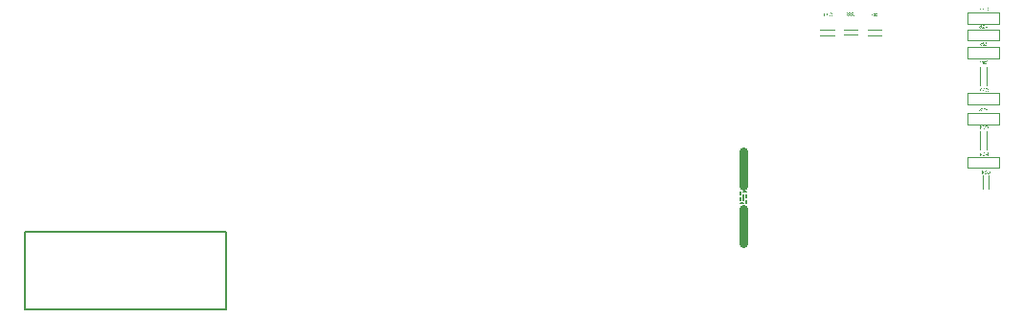
<source format=gbo>
G04*
G04 #@! TF.GenerationSoftware,Altium Limited,Altium Designer,21.6.4 (81)*
G04*
G04 Layer_Color=32896*
%FSLAX25Y25*%
%MOIN*%
G70*
G04*
G04 #@! TF.SameCoordinates,B0EADD32-72DF-464D-AA4A-4A4E6069522B*
G04*
G04*
G04 #@! TF.FilePolarity,Positive*
G04*
G01*
G75*
%ADD12C,0.00394*%
%ADD17C,0.00500*%
%ADD18C,0.03000*%
G36*
X411486Y117142D02*
X411517Y117140D01*
X411546Y117134D01*
X411574Y117129D01*
X411599Y117122D01*
X411623Y117114D01*
X411645Y117105D01*
X411665Y117096D01*
X411683Y117087D01*
X411697Y117078D01*
X411710Y117071D01*
X411721Y117063D01*
X411730Y117058D01*
X411736Y117052D01*
X411739Y117051D01*
X411741Y117049D01*
X411759Y117031D01*
X411776Y117010D01*
X411792Y116989D01*
X411805Y116967D01*
X411827Y116923D01*
X411841Y116879D01*
X411847Y116859D01*
X411852Y116839D01*
X411856Y116823D01*
X411859Y116808D01*
X411861Y116796D01*
Y116787D01*
X411863Y116781D01*
Y116779D01*
X411705Y116763D01*
X411701Y116805D01*
X411694Y116841D01*
X411683Y116874D01*
X411670Y116900D01*
X411659Y116921D01*
X411648Y116936D01*
X411641Y116945D01*
X411637Y116949D01*
X411610Y116971D01*
X411581Y116987D01*
X411550Y117000D01*
X411523Y117007D01*
X411497Y117012D01*
X411475Y117014D01*
X411468Y117016D01*
X411457D01*
X411419Y117014D01*
X411384Y117007D01*
X411355Y116996D01*
X411330Y116985D01*
X411310Y116972D01*
X411297Y116963D01*
X411288Y116956D01*
X411284Y116952D01*
X411262Y116927D01*
X411246Y116901D01*
X411233Y116876D01*
X411226Y116850D01*
X411221Y116830D01*
X411219Y116812D01*
X411217Y116801D01*
Y116799D01*
Y116798D01*
X411221Y116765D01*
X411228Y116730D01*
X411241Y116699D01*
X411253Y116670D01*
X411268Y116647D01*
X411281Y116627D01*
X411284Y116619D01*
X411288Y116614D01*
X411292Y116612D01*
Y116610D01*
X411306Y116590D01*
X411324Y116570D01*
X411344Y116548D01*
X411366Y116526D01*
X411412Y116483D01*
X411457Y116439D01*
X411481Y116419D01*
X411501Y116401D01*
X411521Y116384D01*
X411537Y116370D01*
X411550Y116359D01*
X411561Y116350D01*
X411568Y116344D01*
X411570Y116343D01*
X411616Y116304D01*
X411657Y116268D01*
X411692Y116235D01*
X411719Y116208D01*
X411743Y116184D01*
X411759Y116168D01*
X411768Y116157D01*
X411772Y116155D01*
Y116153D01*
X411798Y116122D01*
X411818Y116093D01*
X411836Y116064D01*
X411850Y116039D01*
X411861Y116017D01*
X411868Y116000D01*
X411872Y115989D01*
X411874Y115988D01*
Y115986D01*
X411881Y115966D01*
X411885Y115948D01*
X411889Y115929D01*
X411890Y115913D01*
X411892Y115899D01*
Y115888D01*
Y115880D01*
Y115878D01*
X411057D01*
Y116028D01*
X411677D01*
X411656Y116059D01*
X411645Y116071D01*
X411635Y116084D01*
X411626Y116095D01*
X411619Y116102D01*
X411614Y116108D01*
X411612Y116110D01*
X411603Y116119D01*
X411592Y116128D01*
X411566Y116151D01*
X411537Y116179D01*
X411506Y116206D01*
X411477Y116230D01*
X411464Y116241D01*
X411453Y116252D01*
X411444Y116259D01*
X411437Y116264D01*
X411434Y116268D01*
X411432Y116270D01*
X411403Y116295D01*
X411373Y116319D01*
X411348Y116343D01*
X411324Y116363D01*
X411303Y116383D01*
X411284Y116401D01*
X411266Y116417D01*
X411251Y116432D01*
X411237Y116446D01*
X411226Y116457D01*
X411217Y116466D01*
X411208Y116475D01*
X411199Y116486D01*
X411195Y116490D01*
X411170Y116521D01*
X411148Y116548D01*
X411130Y116576D01*
X411115Y116597D01*
X411104Y116617D01*
X411097Y116632D01*
X411093Y116641D01*
X411091Y116645D01*
X411080Y116672D01*
X411073Y116699D01*
X411066Y116725D01*
X411062Y116747D01*
X411060Y116767D01*
X411059Y116781D01*
Y116790D01*
Y116794D01*
X411060Y116821D01*
X411064Y116847D01*
X411068Y116872D01*
X411075Y116894D01*
X411093Y116938D01*
X411111Y116972D01*
X411122Y116989D01*
X411131Y117001D01*
X411140Y117014D01*
X411150Y117023D01*
X411157Y117031D01*
X411161Y117038D01*
X411164Y117040D01*
X411166Y117042D01*
X411186Y117060D01*
X411208Y117076D01*
X411232Y117089D01*
X411255Y117100D01*
X411303Y117118D01*
X411350Y117131D01*
X411370Y117134D01*
X411390Y117138D01*
X411408Y117140D01*
X411423Y117142D01*
X411435Y117143D01*
X411453D01*
X411486Y117142D01*
D02*
G37*
G36*
X410482D02*
X410516Y117138D01*
X410549Y117131D01*
X410580Y117122D01*
X410607Y117109D01*
X410635Y117098D01*
X410658Y117083D01*
X410680Y117071D01*
X410698Y117058D01*
X410716Y117043D01*
X410731Y117032D01*
X410742Y117021D01*
X410751Y117010D01*
X410758Y117003D01*
X410762Y117000D01*
X410764Y116998D01*
X410787Y116965D01*
X410807Y116927D01*
X410826Y116887D01*
X410842Y116845D01*
X410855Y116801D01*
X410866Y116758D01*
X410875Y116712D01*
X410882Y116670D01*
X410887Y116628D01*
X410891Y116590D01*
X410895Y116556D01*
X410897Y116526D01*
Y116501D01*
X410898Y116483D01*
Y116475D01*
Y116470D01*
Y116468D01*
Y116466D01*
X410897Y116408D01*
X410893Y116353D01*
X410887Y116303D01*
X410878Y116255D01*
X410869Y116213D01*
X410860Y116175D01*
X410849Y116141D01*
X410837Y116110D01*
X410826Y116084D01*
X410815Y116060D01*
X410806Y116042D01*
X410795Y116026D01*
X410787Y116013D01*
X410782Y116006D01*
X410778Y116000D01*
X410777Y115999D01*
X410753Y115973D01*
X410727Y115951D01*
X410702Y115933D01*
X410676Y115917D01*
X410649Y115902D01*
X410624Y115891D01*
X410598Y115882D01*
X410573Y115875D01*
X410551Y115869D01*
X410529Y115864D01*
X410511Y115860D01*
X410494Y115858D01*
X410480D01*
X410471Y115857D01*
X410462D01*
X410420Y115858D01*
X410382Y115866D01*
X410347Y115873D01*
X410316Y115884D01*
X410292Y115893D01*
X410274Y115902D01*
X410267Y115904D01*
X410261Y115908D01*
X410260Y115909D01*
X410258D01*
X410227Y115931D01*
X410198Y115957D01*
X410174Y115982D01*
X410154Y116008D01*
X410138Y116031D01*
X410127Y116050D01*
X410123Y116057D01*
X410119Y116062D01*
X410118Y116064D01*
Y116066D01*
X410099Y116104D01*
X410087Y116144D01*
X410078Y116181D01*
X410072Y116215D01*
X410067Y116244D01*
Y116255D01*
X410065Y116266D01*
Y116275D01*
Y116281D01*
Y116284D01*
Y116286D01*
X410067Y116319D01*
X410070Y116350D01*
X410076Y116381D01*
X410081Y116408D01*
X410090Y116434D01*
X410099Y116459D01*
X410109Y116481D01*
X410119Y116501D01*
X410130Y116519D01*
X410140Y116535D01*
X410149Y116548D01*
X410158Y116561D01*
X410163Y116570D01*
X410169Y116576D01*
X410172Y116579D01*
X410174Y116581D01*
X410194Y116601D01*
X410216Y116619D01*
X410240Y116634D01*
X410261Y116647D01*
X410283Y116659D01*
X410305Y116668D01*
X410347Y116681D01*
X410365Y116687D01*
X410383Y116690D01*
X410398Y116692D01*
X410413Y116694D01*
X410423Y116696D01*
X410438D01*
X410471Y116694D01*
X410502Y116688D01*
X410531Y116683D01*
X410556Y116676D01*
X410578Y116666D01*
X410595Y116661D01*
X410605Y116656D01*
X410607Y116654D01*
X410609D01*
X410638Y116636D01*
X410664Y116616D01*
X410687Y116596D01*
X410706Y116574D01*
X410722Y116556D01*
X410735Y116541D01*
X410742Y116530D01*
X410744Y116528D01*
Y116561D01*
X410742Y116594D01*
X410740Y116623D01*
X410736Y116652D01*
X410735Y116677D01*
X410731Y116701D01*
X410727Y116723D01*
X410722Y116743D01*
X410718Y116761D01*
X410715Y116776D01*
X410711Y116788D01*
X410709Y116799D01*
X410706Y116807D01*
X410704Y116812D01*
X410702Y116816D01*
Y116818D01*
X410684Y116854D01*
X410666Y116887D01*
X410645Y116912D01*
X410627Y116934D01*
X410611Y116952D01*
X410598Y116965D01*
X410589Y116972D01*
X410585Y116974D01*
X410564Y116989D01*
X410542Y116998D01*
X410520Y117005D01*
X410498Y117010D01*
X410482Y117014D01*
X410467Y117016D01*
X410454D01*
X410422Y117012D01*
X410391Y117005D01*
X410365Y116994D01*
X410342Y116983D01*
X410323Y116971D01*
X410311Y116960D01*
X410303Y116952D01*
X410300Y116949D01*
X410287Y116932D01*
X410274Y116912D01*
X410263Y116890D01*
X410256Y116869D01*
X410249Y116849D01*
X410243Y116832D01*
X410241Y116821D01*
X410240Y116819D01*
Y116818D01*
X410085Y116830D01*
X410096Y116881D01*
X410112Y116927D01*
X410130Y116967D01*
X410150Y117000D01*
X410170Y117025D01*
X410178Y117036D01*
X410187Y117045D01*
X410192Y117051D01*
X410198Y117056D01*
X410199Y117058D01*
X410201Y117060D01*
X410220Y117074D01*
X410240Y117087D01*
X410280Y117109D01*
X410320Y117123D01*
X410358Y117132D01*
X410393Y117140D01*
X410407Y117142D01*
X410420D01*
X410431Y117143D01*
X410445D01*
X410482Y117142D01*
D02*
G37*
G36*
X413075Y115878D02*
X412908D01*
Y116437D01*
X412693D01*
X412673Y116435D01*
X412658D01*
X412646Y116434D01*
X412637Y116432D01*
X412629D01*
X412626Y116430D01*
X412624D01*
X412595Y116421D01*
X412582Y116415D01*
X412571Y116410D01*
X412560Y116404D01*
X412553Y116401D01*
X412549Y116399D01*
X412547Y116397D01*
X412533Y116386D01*
X412518Y116374D01*
X412491Y116346D01*
X412478Y116333D01*
X412469Y116323D01*
X412464Y116315D01*
X412462Y116313D01*
X412444Y116288D01*
X412424Y116261D01*
X412404Y116232D01*
X412384Y116204D01*
X412367Y116179D01*
X412354Y116159D01*
X412349Y116151D01*
X412345Y116146D01*
X412342Y116142D01*
Y116141D01*
X412176Y115878D01*
X411969D01*
X412185Y116221D01*
X412211Y116257D01*
X412234Y116290D01*
X412258Y116317D01*
X412278Y116343D01*
X412296Y116361D01*
X412311Y116375D01*
X412320Y116384D01*
X412324Y116388D01*
X412338Y116399D01*
X412354Y116412D01*
X412387Y116432D01*
X412402Y116439D01*
X412413Y116446D01*
X412420Y116450D01*
X412424Y116452D01*
X412391Y116457D01*
X412360Y116463D01*
X412333Y116472D01*
X412305Y116479D01*
X412282Y116488D01*
X412260Y116499D01*
X412240Y116508D01*
X412222Y116517D01*
X412207Y116528D01*
X412192Y116537D01*
X412182Y116545D01*
X412172Y116552D01*
X412165Y116557D01*
X412160Y116563D01*
X412158Y116565D01*
X412156Y116566D01*
X412142Y116585D01*
X412127Y116603D01*
X412105Y116641D01*
X412090Y116679D01*
X412080Y116716D01*
X412072Y116747D01*
X412071Y116759D01*
Y116772D01*
X412069Y116781D01*
Y116788D01*
Y116792D01*
Y116794D01*
X412071Y116832D01*
X412076Y116867D01*
X412085Y116900D01*
X412094Y116927D01*
X412105Y116951D01*
X412112Y116969D01*
X412120Y116980D01*
X412121Y116981D01*
Y116983D01*
X412143Y117012D01*
X412165Y117038D01*
X412189Y117060D01*
X412211Y117076D01*
X412231Y117089D01*
X412247Y117096D01*
X412258Y117102D01*
X412260Y117103D01*
X412262D01*
X412278Y117109D01*
X412298Y117114D01*
X412338Y117123D01*
X412382Y117129D01*
X412422Y117134D01*
X412460Y117136D01*
X412476D01*
X412491Y117138D01*
X413075D01*
Y115878D01*
D02*
G37*
G36*
X411721Y111142D02*
X411752Y111140D01*
X411781Y111134D01*
X411808Y111129D01*
X411834Y111121D01*
X411857Y111114D01*
X411879Y111105D01*
X411899Y111096D01*
X411917Y111087D01*
X411932Y111078D01*
X411945Y111071D01*
X411956Y111063D01*
X411965Y111058D01*
X411970Y111052D01*
X411974Y111050D01*
X411976Y111049D01*
X411994Y111030D01*
X412010Y111011D01*
X412027Y110989D01*
X412039Y110967D01*
X412061Y110923D01*
X412076Y110880D01*
X412081Y110859D01*
X412087Y110839D01*
X412090Y110823D01*
X412094Y110809D01*
X412096Y110796D01*
Y110787D01*
X412098Y110781D01*
Y110779D01*
X411939Y110763D01*
X411936Y110805D01*
X411928Y110841D01*
X411917Y110874D01*
X411905Y110899D01*
X411894Y110921D01*
X411883Y110936D01*
X411875Y110945D01*
X411872Y110949D01*
X411845Y110970D01*
X411816Y110987D01*
X411785Y111000D01*
X411757Y111007D01*
X411732Y111012D01*
X411710Y111014D01*
X411703Y111016D01*
X411692D01*
X411654Y111014D01*
X411619Y111007D01*
X411590Y110996D01*
X411564Y110985D01*
X411544Y110972D01*
X411531Y110963D01*
X411522Y110956D01*
X411519Y110952D01*
X411497Y110927D01*
X411481Y110901D01*
X411468Y110876D01*
X411461Y110850D01*
X411455Y110830D01*
X411453Y110812D01*
X411451Y110801D01*
Y110799D01*
Y110798D01*
X411455Y110765D01*
X411462Y110730D01*
X411475Y110699D01*
X411488Y110670D01*
X411502Y110646D01*
X411515Y110626D01*
X411519Y110619D01*
X411522Y110614D01*
X411526Y110612D01*
Y110610D01*
X411541Y110590D01*
X411559Y110570D01*
X411579Y110548D01*
X411601Y110526D01*
X411646Y110483D01*
X411692Y110439D01*
X411715Y110419D01*
X411735Y110401D01*
X411755Y110384D01*
X411772Y110370D01*
X411785Y110359D01*
X411795Y110350D01*
X411803Y110344D01*
X411805Y110343D01*
X411850Y110304D01*
X411892Y110268D01*
X411927Y110235D01*
X411954Y110208D01*
X411977Y110184D01*
X411994Y110168D01*
X412003Y110157D01*
X412007Y110155D01*
Y110153D01*
X412032Y110122D01*
X412052Y110093D01*
X412070Y110064D01*
X412085Y110039D01*
X412096Y110017D01*
X412103Y110000D01*
X412107Y109990D01*
X412109Y109988D01*
Y109986D01*
X412116Y109966D01*
X412119Y109948D01*
X412123Y109929D01*
X412125Y109913D01*
X412127Y109898D01*
Y109888D01*
Y109880D01*
Y109879D01*
X411291D01*
Y110028D01*
X411912D01*
X411890Y110059D01*
X411879Y110071D01*
X411870Y110084D01*
X411861Y110095D01*
X411854Y110102D01*
X411848Y110108D01*
X411846Y110110D01*
X411837Y110119D01*
X411826Y110128D01*
X411801Y110152D01*
X411772Y110179D01*
X411741Y110206D01*
X411712Y110230D01*
X411699Y110241D01*
X411688Y110252D01*
X411679Y110259D01*
X411672Y110264D01*
X411668Y110268D01*
X411666Y110270D01*
X411637Y110295D01*
X411608Y110319D01*
X411583Y110343D01*
X411559Y110363D01*
X411537Y110383D01*
X411519Y110401D01*
X411501Y110417D01*
X411486Y110432D01*
X411472Y110446D01*
X411461Y110457D01*
X411451Y110466D01*
X411442Y110475D01*
X411433Y110486D01*
X411430Y110490D01*
X411404Y110521D01*
X411382Y110548D01*
X411364Y110575D01*
X411349Y110597D01*
X411339Y110617D01*
X411331Y110632D01*
X411328Y110641D01*
X411326Y110645D01*
X411315Y110672D01*
X411308Y110699D01*
X411300Y110725D01*
X411297Y110747D01*
X411295Y110767D01*
X411293Y110781D01*
Y110790D01*
Y110794D01*
X411295Y110821D01*
X411299Y110847D01*
X411302Y110872D01*
X411309Y110894D01*
X411328Y110938D01*
X411346Y110972D01*
X411357Y110989D01*
X411366Y111001D01*
X411375Y111014D01*
X411384Y111023D01*
X411391Y111030D01*
X411395Y111038D01*
X411399Y111040D01*
X411401Y111041D01*
X411420Y111060D01*
X411442Y111076D01*
X411466Y111089D01*
X411490Y111100D01*
X411537Y111118D01*
X411584Y111131D01*
X411604Y111134D01*
X411624Y111138D01*
X411643Y111140D01*
X411657Y111142D01*
X411670Y111143D01*
X411688D01*
X411721Y111142D01*
D02*
G37*
G36*
X411098Y110474D02*
X410953Y110454D01*
X410940Y110474D01*
X410924Y110490D01*
X410909Y110506D01*
X410894Y110519D01*
X410880Y110528D01*
X410869Y110537D01*
X410862Y110541D01*
X410860Y110543D01*
X410836Y110554D01*
X410813Y110563D01*
X410791Y110568D01*
X410769Y110574D01*
X410751Y110575D01*
X410736Y110577D01*
X410702D01*
X410680Y110574D01*
X410642Y110565D01*
X410609Y110552D01*
X410580Y110539D01*
X410558Y110525D01*
X410541Y110512D01*
X410532Y110503D01*
X410529Y110501D01*
Y110499D01*
X410503Y110468D01*
X410485Y110435D01*
X410472Y110401D01*
X410463Y110366D01*
X410458Y110337D01*
X410456Y110324D01*
Y110313D01*
X410454Y110304D01*
Y110297D01*
Y110293D01*
Y110292D01*
Y110266D01*
X410458Y110242D01*
X410467Y110197D01*
X410480Y110159D01*
X410492Y110128D01*
X410507Y110102D01*
X410520Y110082D01*
X410525Y110077D01*
X410529Y110071D01*
X410531Y110070D01*
X410532Y110068D01*
X410547Y110053D01*
X410562Y110040D01*
X410594Y110019D01*
X410625Y110004D01*
X410656Y109995D01*
X410682Y109988D01*
X410703Y109986D01*
X410711Y109984D01*
X410722D01*
X410756Y109986D01*
X410787Y109993D01*
X410815Y110002D01*
X410836Y110013D01*
X410856Y110024D01*
X410871Y110033D01*
X410878Y110040D01*
X410882Y110042D01*
X410904Y110068D01*
X410922Y110095D01*
X410936Y110126D01*
X410947Y110153D01*
X410955Y110181D01*
X410960Y110201D01*
X410962Y110210D01*
X410964Y110215D01*
Y110219D01*
Y110221D01*
X411126Y110208D01*
X411122Y110179D01*
X411117Y110152D01*
X411100Y110100D01*
X411080Y110057D01*
X411069Y110037D01*
X411058Y110020D01*
X411049Y110004D01*
X411038Y109990D01*
X411029Y109979D01*
X411020Y109969D01*
X411013Y109962D01*
X411009Y109955D01*
X411006Y109953D01*
X411004Y109951D01*
X410982Y109935D01*
X410960Y109920D01*
X410936Y109908D01*
X410913Y109897D01*
X410867Y109880D01*
X410822Y109869D01*
X410802Y109864D01*
X410782Y109862D01*
X410765Y109860D01*
X410751Y109858D01*
X410738Y109857D01*
X410722D01*
X410683Y109858D01*
X410647Y109864D01*
X410612Y109871D01*
X410581Y109880D01*
X410552Y109893D01*
X410525Y109906D01*
X410500Y109918D01*
X410478Y109933D01*
X410458Y109948D01*
X410439Y109960D01*
X410425Y109975D01*
X410412Y109986D01*
X410403Y109995D01*
X410396Y110002D01*
X410392Y110008D01*
X410390Y110010D01*
X410372Y110033D01*
X410358Y110059D01*
X410343Y110082D01*
X410332Y110108D01*
X410314Y110157D01*
X410303Y110204D01*
X410299Y110224D01*
X410296Y110244D01*
X410294Y110261D01*
X410292Y110275D01*
X410290Y110288D01*
Y110297D01*
Y110302D01*
Y110304D01*
X410292Y110337D01*
X410296Y110368D01*
X410301Y110399D01*
X410309Y110426D01*
X410318Y110452D01*
X410327Y110477D01*
X410338Y110499D01*
X410347Y110519D01*
X410358Y110537D01*
X410369Y110554D01*
X410378Y110566D01*
X410387Y110579D01*
X410394Y110588D01*
X410399Y110594D01*
X410403Y110597D01*
X410405Y110599D01*
X410427Y110619D01*
X410449Y110637D01*
X410472Y110652D01*
X410496Y110665D01*
X410520Y110677D01*
X410543Y110687D01*
X410587Y110699D01*
X410607Y110705D01*
X410625Y110708D01*
X410642Y110710D01*
X410656Y110712D01*
X410667Y110714D01*
X410707D01*
X410729Y110710D01*
X410773Y110701D01*
X410813Y110688D01*
X410849Y110674D01*
X410878Y110659D01*
X410891Y110652D01*
X410902Y110646D01*
X410911Y110641D01*
X410916Y110637D01*
X410920Y110636D01*
X410922Y110634D01*
X410854Y110974D01*
X410350D01*
Y111121D01*
X410977D01*
X411098Y110474D01*
D02*
G37*
G36*
X413310Y109879D02*
X413142D01*
Y110437D01*
X412927D01*
X412908Y110435D01*
X412893D01*
X412880Y110434D01*
X412871Y110432D01*
X412864D01*
X412860Y110430D01*
X412858D01*
X412829Y110421D01*
X412816Y110415D01*
X412806Y110410D01*
X412795Y110404D01*
X412787Y110401D01*
X412784Y110399D01*
X412782Y110397D01*
X412767Y110386D01*
X412753Y110373D01*
X412725Y110346D01*
X412713Y110334D01*
X412704Y110323D01*
X412698Y110315D01*
X412696Y110313D01*
X412678Y110288D01*
X412658Y110261D01*
X412638Y110231D01*
X412618Y110204D01*
X412602Y110179D01*
X412589Y110159D01*
X412583Y110152D01*
X412580Y110146D01*
X412576Y110142D01*
Y110141D01*
X412411Y109879D01*
X412203D01*
X412420Y110221D01*
X412445Y110257D01*
X412469Y110290D01*
X412493Y110317D01*
X412512Y110343D01*
X412531Y110361D01*
X412545Y110375D01*
X412554Y110384D01*
X412558Y110388D01*
X412573Y110399D01*
X412589Y110412D01*
X412622Y110432D01*
X412636Y110439D01*
X412647Y110446D01*
X412654Y110450D01*
X412658Y110452D01*
X412625Y110457D01*
X412594Y110463D01*
X412567Y110472D01*
X412540Y110479D01*
X412516Y110488D01*
X412494Y110499D01*
X412474Y110508D01*
X412456Y110517D01*
X412442Y110528D01*
X412427Y110537D01*
X412416Y110545D01*
X412407Y110552D01*
X412400Y110557D01*
X412394Y110563D01*
X412392Y110565D01*
X412391Y110566D01*
X412376Y110585D01*
X412361Y110603D01*
X412340Y110641D01*
X412325Y110679D01*
X412314Y110716D01*
X412307Y110747D01*
X412305Y110759D01*
Y110772D01*
X412303Y110781D01*
Y110789D01*
Y110792D01*
Y110794D01*
X412305Y110832D01*
X412311Y110867D01*
X412320Y110899D01*
X412329Y110927D01*
X412340Y110951D01*
X412347Y110969D01*
X412354Y110980D01*
X412356Y110981D01*
Y110983D01*
X412378Y111012D01*
X412400Y111038D01*
X412423Y111060D01*
X412445Y111076D01*
X412465Y111089D01*
X412482Y111096D01*
X412493Y111101D01*
X412494Y111103D01*
X412496D01*
X412512Y111109D01*
X412533Y111114D01*
X412573Y111123D01*
X412616Y111129D01*
X412656Y111134D01*
X412695Y111136D01*
X412711D01*
X412725Y111138D01*
X413310D01*
Y109879D01*
D02*
G37*
G36*
X411544Y72791D02*
X411575Y72789D01*
X411604Y72783D01*
X411631Y72778D01*
X411656Y72771D01*
X411680Y72763D01*
X411702Y72754D01*
X411722Y72745D01*
X411740Y72736D01*
X411755Y72727D01*
X411767Y72720D01*
X411778Y72712D01*
X411787Y72707D01*
X411793Y72701D01*
X411797Y72700D01*
X411798Y72698D01*
X411817Y72680D01*
X411833Y72660D01*
X411849Y72638D01*
X411862Y72616D01*
X411884Y72572D01*
X411898Y72528D01*
X411904Y72509D01*
X411909Y72488D01*
X411913Y72472D01*
X411917Y72458D01*
X411918Y72445D01*
Y72436D01*
X411920Y72430D01*
Y72428D01*
X411762Y72412D01*
X411758Y72454D01*
X411751Y72490D01*
X411740Y72523D01*
X411727Y72549D01*
X411716Y72570D01*
X411705Y72585D01*
X411698Y72594D01*
X411695Y72598D01*
X411667Y72620D01*
X411638Y72636D01*
X411607Y72649D01*
X411580Y72656D01*
X411554Y72661D01*
X411533Y72663D01*
X411525Y72665D01*
X411514D01*
X411476Y72663D01*
X411442Y72656D01*
X411412Y72645D01*
X411387Y72634D01*
X411367Y72621D01*
X411354Y72612D01*
X411345Y72605D01*
X411341Y72601D01*
X411320Y72576D01*
X411303Y72550D01*
X411291Y72525D01*
X411283Y72499D01*
X411278Y72479D01*
X411276Y72461D01*
X411274Y72450D01*
Y72448D01*
Y72447D01*
X411278Y72414D01*
X411285Y72379D01*
X411298Y72348D01*
X411311Y72319D01*
X411325Y72296D01*
X411338Y72276D01*
X411341Y72268D01*
X411345Y72263D01*
X411349Y72261D01*
Y72259D01*
X411363Y72239D01*
X411382Y72219D01*
X411402Y72197D01*
X411423Y72176D01*
X411469Y72132D01*
X411514Y72088D01*
X411538Y72068D01*
X411558Y72050D01*
X411578Y72034D01*
X411594Y72019D01*
X411607Y72008D01*
X411618Y71999D01*
X411625Y71993D01*
X411627Y71992D01*
X411673Y71953D01*
X411715Y71917D01*
X411749Y71884D01*
X411776Y71857D01*
X411800Y71833D01*
X411817Y71817D01*
X411826Y71806D01*
X411829Y71804D01*
Y71802D01*
X411855Y71771D01*
X411875Y71742D01*
X411893Y71713D01*
X411907Y71688D01*
X411918Y71666D01*
X411926Y71649D01*
X411929Y71639D01*
X411931Y71637D01*
Y71635D01*
X411938Y71615D01*
X411942Y71597D01*
X411946Y71579D01*
X411948Y71562D01*
X411949Y71548D01*
Y71537D01*
Y71529D01*
Y71527D01*
X411114D01*
Y71677D01*
X411735D01*
X411713Y71708D01*
X411702Y71720D01*
X411693Y71733D01*
X411684Y71744D01*
X411676Y71751D01*
X411671Y71757D01*
X411669Y71759D01*
X411660Y71768D01*
X411649Y71777D01*
X411624Y71801D01*
X411594Y71828D01*
X411564Y71855D01*
X411535Y71879D01*
X411522Y71890D01*
X411511Y71901D01*
X411502Y71908D01*
X411494Y71913D01*
X411491Y71917D01*
X411489Y71919D01*
X411460Y71944D01*
X411431Y71968D01*
X411405Y71992D01*
X411382Y72012D01*
X411360Y72032D01*
X411341Y72050D01*
X411323Y72066D01*
X411309Y72081D01*
X411294Y72095D01*
X411283Y72106D01*
X411274Y72115D01*
X411265Y72124D01*
X411256Y72135D01*
X411252Y72139D01*
X411227Y72170D01*
X411205Y72197D01*
X411187Y72225D01*
X411172Y72246D01*
X411161Y72267D01*
X411154Y72281D01*
X411150Y72290D01*
X411149Y72294D01*
X411138Y72321D01*
X411130Y72348D01*
X411123Y72374D01*
X411120Y72396D01*
X411118Y72416D01*
X411116Y72430D01*
Y72439D01*
Y72443D01*
X411118Y72470D01*
X411121Y72496D01*
X411125Y72521D01*
X411132Y72543D01*
X411150Y72587D01*
X411169Y72621D01*
X411180Y72638D01*
X411189Y72650D01*
X411198Y72663D01*
X411207Y72672D01*
X411214Y72680D01*
X411218Y72687D01*
X411221Y72689D01*
X411223Y72690D01*
X411243Y72709D01*
X411265Y72725D01*
X411289Y72738D01*
X411312Y72749D01*
X411360Y72767D01*
X411407Y72780D01*
X411427Y72783D01*
X411447Y72787D01*
X411465Y72789D01*
X411480Y72791D01*
X411493Y72792D01*
X411511D01*
X411544Y72791D01*
D02*
G37*
G36*
X413132Y71527D02*
X412965D01*
Y72086D01*
X412750D01*
X412730Y72084D01*
X412716D01*
X412703Y72083D01*
X412694Y72081D01*
X412686D01*
X412683Y72079D01*
X412681D01*
X412652Y72070D01*
X412639Y72064D01*
X412628Y72059D01*
X412617Y72053D01*
X412610Y72050D01*
X412606Y72048D01*
X412605Y72046D01*
X412590Y72035D01*
X412575Y72023D01*
X412548Y71995D01*
X412535Y71983D01*
X412526Y71972D01*
X412521Y71964D01*
X412519Y71962D01*
X412501Y71937D01*
X412481Y71910D01*
X412461Y71881D01*
X412441Y71853D01*
X412424Y71828D01*
X412412Y71808D01*
X412406Y71801D01*
X412403Y71795D01*
X412399Y71791D01*
Y71790D01*
X412233Y71527D01*
X412026D01*
X412242Y71870D01*
X412268Y71906D01*
X412292Y71939D01*
X412315Y71966D01*
X412335Y71992D01*
X412353Y72010D01*
X412368Y72024D01*
X412377Y72034D01*
X412381Y72037D01*
X412395Y72048D01*
X412412Y72061D01*
X412444Y72081D01*
X412459Y72088D01*
X412470Y72095D01*
X412477Y72099D01*
X412481Y72101D01*
X412448Y72106D01*
X412417Y72112D01*
X412390Y72121D01*
X412363Y72128D01*
X412339Y72137D01*
X412317Y72148D01*
X412297Y72157D01*
X412279Y72166D01*
X412264Y72177D01*
X412250Y72186D01*
X412239Y72194D01*
X412230Y72201D01*
X412222Y72206D01*
X412217Y72212D01*
X412215Y72214D01*
X412213Y72215D01*
X412199Y72234D01*
X412184Y72252D01*
X412162Y72290D01*
X412148Y72328D01*
X412137Y72365D01*
X412130Y72396D01*
X412128Y72408D01*
Y72421D01*
X412126Y72430D01*
Y72438D01*
Y72441D01*
Y72443D01*
X412128Y72481D01*
X412133Y72516D01*
X412142Y72549D01*
X412151Y72576D01*
X412162Y72600D01*
X412170Y72618D01*
X412177Y72629D01*
X412179Y72631D01*
Y72632D01*
X412201Y72661D01*
X412222Y72687D01*
X412246Y72709D01*
X412268Y72725D01*
X412288Y72738D01*
X412304Y72745D01*
X412315Y72751D01*
X412317Y72752D01*
X412319D01*
X412335Y72758D01*
X412355Y72763D01*
X412395Y72772D01*
X412439Y72778D01*
X412479Y72783D01*
X412517Y72785D01*
X412534D01*
X412548Y72787D01*
X413132D01*
Y71527D01*
D02*
G37*
G36*
X411001Y71972D02*
Y71830D01*
X410453D01*
Y71527D01*
X410299D01*
Y71830D01*
X410128D01*
Y71972D01*
X410299D01*
Y72787D01*
X410424D01*
X411001Y71972D01*
D02*
G37*
G36*
X410549Y88240D02*
X410598Y88231D01*
X410640Y88216D01*
X410676Y88201D01*
X410693Y88192D01*
X410706Y88185D01*
X410718Y88178D01*
X410727Y88171D01*
X410735Y88165D01*
X410740Y88161D01*
X410744Y88160D01*
X410745Y88158D01*
X410780Y88123D01*
X410807Y88085D01*
X410829Y88045D01*
X410848Y88005D01*
X410858Y87970D01*
X410864Y87956D01*
X410868Y87943D01*
X410869Y87932D01*
X410871Y87925D01*
X410873Y87919D01*
Y87918D01*
X410718Y87890D01*
X410711Y87930D01*
X410700Y87965D01*
X410687Y87994D01*
X410675Y88018D01*
X410662Y88036D01*
X410651Y88049D01*
X410644Y88058D01*
X410642Y88060D01*
X410618Y88078D01*
X410593Y88092D01*
X410569Y88101D01*
X410545Y88109D01*
X410524Y88112D01*
X410507Y88116D01*
X410493D01*
X410460Y88114D01*
X410431Y88107D01*
X410405Y88098D01*
X410383Y88089D01*
X410367Y88078D01*
X410354Y88069D01*
X410345Y88061D01*
X410343Y88060D01*
X410323Y88038D01*
X410309Y88014D01*
X410300Y87990D01*
X410292Y87969D01*
X410289Y87949D01*
X410285Y87934D01*
Y87923D01*
Y87921D01*
Y87919D01*
Y87899D01*
X410289Y87881D01*
X410298Y87850D01*
X410311Y87823D01*
X410325Y87799D01*
X410340Y87783D01*
X410352Y87770D01*
X410361Y87763D01*
X410363Y87761D01*
X410365D01*
X410396Y87745D01*
X410425Y87732D01*
X410456Y87723D01*
X410484Y87717D01*
X410507Y87714D01*
X410527Y87710D01*
X410551D01*
X410558Y87712D01*
X410567D01*
X410585Y87575D01*
X410562Y87581D01*
X410540Y87585D01*
X410522Y87588D01*
X410505Y87590D01*
X410493Y87592D01*
X410476D01*
X410438Y87588D01*
X410403Y87581D01*
X410372Y87570D01*
X410347Y87557D01*
X410327Y87545D01*
X410312Y87534D01*
X410303Y87526D01*
X410300Y87523D01*
X410276Y87495D01*
X410258Y87466D01*
X410245Y87437D01*
X410238Y87408D01*
X410232Y87384D01*
X410230Y87364D01*
X410229Y87357D01*
Y87352D01*
Y87348D01*
Y87346D01*
X410232Y87306D01*
X410241Y87270D01*
X410252Y87239D01*
X410267Y87211D01*
X410281Y87190D01*
X410292Y87173D01*
X410301Y87162D01*
X410305Y87159D01*
X410334Y87133D01*
X410365Y87115D01*
X410396Y87102D01*
X410425Y87093D01*
X410451Y87088D01*
X410471Y87086D01*
X410478Y87084D01*
X410489D01*
X410522Y87086D01*
X410553Y87093D01*
X410580Y87102D01*
X410602Y87113D01*
X410620Y87122D01*
X410635Y87131D01*
X410642Y87139D01*
X410645Y87140D01*
X410667Y87166D01*
X410685Y87195D01*
X410702Y87226D01*
X410715Y87259D01*
X410724Y87286D01*
X410727Y87299D01*
X410729Y87310D01*
X410731Y87319D01*
X410733Y87326D01*
X410735Y87330D01*
Y87332D01*
X410889Y87312D01*
X410886Y87282D01*
X410880Y87255D01*
X410864Y87204D01*
X410844Y87160D01*
X410833Y87142D01*
X410822Y87124D01*
X410811Y87108D01*
X410800Y87095D01*
X410791Y87082D01*
X410782Y87073D01*
X410777Y87066D01*
X410771Y87060D01*
X410767Y87057D01*
X410766Y87055D01*
X410744Y87038D01*
X410722Y87022D01*
X410700Y87009D01*
X410676Y86998D01*
X410631Y86980D01*
X410587Y86969D01*
X410567Y86966D01*
X410549Y86962D01*
X410533Y86960D01*
X410518Y86958D01*
X410507Y86957D01*
X410491D01*
X410456Y86958D01*
X410425Y86962D01*
X410394Y86968D01*
X410365Y86975D01*
X410338Y86984D01*
X410314Y86993D01*
X410290Y87004D01*
X410271Y87015D01*
X410251Y87024D01*
X410234Y87035D01*
X410220Y87044D01*
X410209Y87053D01*
X410199Y87060D01*
X410192Y87066D01*
X410189Y87069D01*
X410187Y87071D01*
X410165Y87093D01*
X410147Y87117D01*
X410130Y87140D01*
X410116Y87164D01*
X410105Y87186D01*
X410094Y87210D01*
X410079Y87253D01*
X410076Y87273D01*
X410072Y87292D01*
X410069Y87308D01*
X410067Y87322D01*
X410065Y87333D01*
Y87343D01*
Y87348D01*
Y87350D01*
X410067Y87393D01*
X410074Y87433D01*
X410085Y87468D01*
X410096Y87497D01*
X410107Y87521D01*
X410118Y87539D01*
X410125Y87550D01*
X410127Y87554D01*
X410152Y87581D01*
X410180Y87604D01*
X410209Y87623D01*
X410238Y87637D01*
X410263Y87648D01*
X410283Y87656D01*
X410290Y87657D01*
X410296Y87659D01*
X410300Y87661D01*
X410301D01*
X410271Y87677D01*
X410245Y87694D01*
X410223Y87712D01*
X410205Y87728D01*
X410190Y87743D01*
X410180Y87756D01*
X410174Y87763D01*
X410172Y87766D01*
X410158Y87792D01*
X410147Y87818D01*
X410138Y87843D01*
X410132Y87867D01*
X410129Y87887D01*
X410127Y87901D01*
Y87912D01*
Y87916D01*
X410129Y87947D01*
X410134Y87978D01*
X410141Y88005D01*
X410150Y88029D01*
X410159Y88049D01*
X410167Y88065D01*
X410172Y88074D01*
X410174Y88078D01*
X410192Y88105D01*
X410214Y88129D01*
X410236Y88149D01*
X410258Y88167D01*
X410276Y88180D01*
X410292Y88191D01*
X410303Y88196D01*
X410305Y88198D01*
X410307D01*
X410340Y88212D01*
X410372Y88223D01*
X410405Y88232D01*
X410434Y88238D01*
X410458Y88241D01*
X410478Y88243D01*
X410524D01*
X410549Y88240D01*
D02*
G37*
G36*
X411486Y88241D02*
X411517Y88240D01*
X411546Y88234D01*
X411574Y88229D01*
X411599Y88222D01*
X411623Y88214D01*
X411645Y88205D01*
X411665Y88196D01*
X411683Y88187D01*
X411697Y88178D01*
X411710Y88171D01*
X411721Y88163D01*
X411730Y88158D01*
X411736Y88152D01*
X411739Y88151D01*
X411741Y88149D01*
X411759Y88130D01*
X411776Y88111D01*
X411792Y88089D01*
X411805Y88067D01*
X411827Y88023D01*
X411841Y87980D01*
X411847Y87959D01*
X411852Y87939D01*
X411856Y87923D01*
X411859Y87909D01*
X411861Y87896D01*
Y87887D01*
X411863Y87881D01*
Y87879D01*
X411705Y87863D01*
X411701Y87905D01*
X411694Y87941D01*
X411683Y87974D01*
X411670Y87999D01*
X411659Y88021D01*
X411648Y88036D01*
X411641Y88045D01*
X411637Y88049D01*
X411610Y88070D01*
X411581Y88087D01*
X411550Y88100D01*
X411523Y88107D01*
X411497Y88112D01*
X411475Y88114D01*
X411468Y88116D01*
X411457D01*
X411419Y88114D01*
X411384Y88107D01*
X411355Y88096D01*
X411330Y88085D01*
X411310Y88072D01*
X411297Y88063D01*
X411288Y88056D01*
X411284Y88052D01*
X411262Y88027D01*
X411246Y88001D01*
X411233Y87976D01*
X411226Y87950D01*
X411221Y87930D01*
X411219Y87912D01*
X411217Y87901D01*
Y87899D01*
Y87898D01*
X411221Y87865D01*
X411228Y87830D01*
X411241Y87799D01*
X411253Y87770D01*
X411268Y87747D01*
X411281Y87726D01*
X411284Y87719D01*
X411288Y87714D01*
X411292Y87712D01*
Y87710D01*
X411306Y87690D01*
X411324Y87670D01*
X411344Y87648D01*
X411366Y87626D01*
X411412Y87583D01*
X411457Y87539D01*
X411481Y87519D01*
X411501Y87501D01*
X411521Y87484D01*
X411537Y87470D01*
X411550Y87459D01*
X411561Y87450D01*
X411568Y87444D01*
X411570Y87443D01*
X411616Y87404D01*
X411657Y87368D01*
X411692Y87335D01*
X411719Y87308D01*
X411743Y87284D01*
X411759Y87268D01*
X411768Y87257D01*
X411772Y87255D01*
Y87253D01*
X411798Y87222D01*
X411818Y87193D01*
X411836Y87164D01*
X411850Y87139D01*
X411861Y87117D01*
X411868Y87100D01*
X411872Y87090D01*
X411874Y87088D01*
Y87086D01*
X411881Y87066D01*
X411885Y87048D01*
X411889Y87029D01*
X411890Y87013D01*
X411892Y86998D01*
Y86988D01*
Y86980D01*
Y86979D01*
X411057D01*
Y87128D01*
X411677D01*
X411656Y87159D01*
X411645Y87171D01*
X411635Y87184D01*
X411626Y87195D01*
X411619Y87202D01*
X411614Y87208D01*
X411612Y87210D01*
X411603Y87219D01*
X411592Y87228D01*
X411566Y87252D01*
X411537Y87279D01*
X411506Y87306D01*
X411477Y87330D01*
X411464Y87341D01*
X411453Y87352D01*
X411444Y87359D01*
X411437Y87364D01*
X411434Y87368D01*
X411432Y87370D01*
X411403Y87395D01*
X411373Y87419D01*
X411348Y87443D01*
X411324Y87463D01*
X411303Y87483D01*
X411284Y87501D01*
X411266Y87517D01*
X411251Y87532D01*
X411237Y87546D01*
X411226Y87557D01*
X411217Y87566D01*
X411208Y87575D01*
X411199Y87586D01*
X411195Y87590D01*
X411170Y87621D01*
X411148Y87648D01*
X411130Y87675D01*
X411115Y87697D01*
X411104Y87717D01*
X411097Y87732D01*
X411093Y87741D01*
X411091Y87745D01*
X411080Y87772D01*
X411073Y87799D01*
X411066Y87825D01*
X411062Y87847D01*
X411060Y87867D01*
X411059Y87881D01*
Y87890D01*
Y87894D01*
X411060Y87921D01*
X411064Y87947D01*
X411068Y87972D01*
X411075Y87994D01*
X411093Y88038D01*
X411111Y88072D01*
X411122Y88089D01*
X411131Y88101D01*
X411140Y88114D01*
X411150Y88123D01*
X411157Y88130D01*
X411161Y88138D01*
X411164Y88140D01*
X411166Y88141D01*
X411186Y88160D01*
X411208Y88176D01*
X411232Y88189D01*
X411255Y88200D01*
X411303Y88218D01*
X411350Y88231D01*
X411370Y88234D01*
X411390Y88238D01*
X411408Y88240D01*
X411423Y88241D01*
X411435Y88243D01*
X411453D01*
X411486Y88241D01*
D02*
G37*
G36*
X413075Y86979D02*
X412908D01*
Y87537D01*
X412693D01*
X412673Y87535D01*
X412658D01*
X412646Y87534D01*
X412637Y87532D01*
X412629D01*
X412626Y87530D01*
X412624D01*
X412595Y87521D01*
X412582Y87515D01*
X412571Y87510D01*
X412560Y87504D01*
X412553Y87501D01*
X412549Y87499D01*
X412547Y87497D01*
X412533Y87486D01*
X412518Y87473D01*
X412491Y87446D01*
X412478Y87433D01*
X412469Y87423D01*
X412464Y87415D01*
X412462Y87414D01*
X412444Y87388D01*
X412424Y87361D01*
X412404Y87332D01*
X412384Y87304D01*
X412367Y87279D01*
X412354Y87259D01*
X412349Y87252D01*
X412345Y87246D01*
X412342Y87242D01*
Y87240D01*
X412176Y86979D01*
X411969D01*
X412185Y87321D01*
X412211Y87357D01*
X412234Y87390D01*
X412258Y87417D01*
X412278Y87443D01*
X412296Y87461D01*
X412311Y87475D01*
X412320Y87484D01*
X412324Y87488D01*
X412338Y87499D01*
X412354Y87512D01*
X412387Y87532D01*
X412402Y87539D01*
X412413Y87546D01*
X412420Y87550D01*
X412424Y87552D01*
X412391Y87557D01*
X412360Y87563D01*
X412333Y87572D01*
X412305Y87579D01*
X412282Y87588D01*
X412260Y87599D01*
X412240Y87608D01*
X412222Y87617D01*
X412207Y87628D01*
X412192Y87637D01*
X412182Y87645D01*
X412172Y87652D01*
X412165Y87657D01*
X412160Y87663D01*
X412158Y87665D01*
X412156Y87666D01*
X412142Y87685D01*
X412127Y87703D01*
X412105Y87741D01*
X412090Y87779D01*
X412080Y87816D01*
X412072Y87847D01*
X412071Y87859D01*
Y87872D01*
X412069Y87881D01*
Y87888D01*
Y87892D01*
Y87894D01*
X412071Y87932D01*
X412076Y87967D01*
X412085Y87999D01*
X412094Y88027D01*
X412105Y88051D01*
X412112Y88069D01*
X412120Y88080D01*
X412121Y88081D01*
Y88083D01*
X412143Y88112D01*
X412165Y88138D01*
X412189Y88160D01*
X412211Y88176D01*
X412231Y88189D01*
X412247Y88196D01*
X412258Y88201D01*
X412260Y88203D01*
X412262D01*
X412278Y88209D01*
X412298Y88214D01*
X412338Y88223D01*
X412382Y88229D01*
X412422Y88234D01*
X412460Y88236D01*
X412476D01*
X412491Y88238D01*
X413075D01*
Y86979D01*
D02*
G37*
G36*
X357374Y121262D02*
X357423Y121252D01*
X357465Y121238D01*
X357501Y121223D01*
X357517Y121214D01*
X357530Y121207D01*
X357543Y121200D01*
X357552Y121192D01*
X357559Y121187D01*
X357565Y121183D01*
X357568Y121181D01*
X357570Y121180D01*
X357605Y121145D01*
X357632Y121107D01*
X357654Y121067D01*
X357672Y121027D01*
X357683Y120992D01*
X357688Y120978D01*
X357692Y120965D01*
X357694Y120954D01*
X357696Y120947D01*
X357698Y120941D01*
Y120939D01*
X357543Y120912D01*
X357536Y120952D01*
X357525Y120987D01*
X357512Y121016D01*
X357499Y121039D01*
X357486Y121058D01*
X357475Y121070D01*
X357468Y121080D01*
X357466Y121081D01*
X357443Y121100D01*
X357417Y121114D01*
X357394Y121123D01*
X357370Y121131D01*
X357348Y121134D01*
X357332Y121138D01*
X357317D01*
X357284Y121136D01*
X357255Y121129D01*
X357230Y121120D01*
X357208Y121110D01*
X357192Y121100D01*
X357179Y121090D01*
X357170Y121083D01*
X357168Y121081D01*
X357148Y121060D01*
X357133Y121036D01*
X357124Y121012D01*
X357117Y120990D01*
X357113Y120970D01*
X357110Y120956D01*
Y120945D01*
Y120943D01*
Y120941D01*
Y120921D01*
X357113Y120903D01*
X357122Y120872D01*
X357135Y120845D01*
X357150Y120821D01*
X357164Y120805D01*
X357177Y120792D01*
X357186Y120785D01*
X357188Y120783D01*
X357190D01*
X357221Y120766D01*
X357250Y120754D01*
X357281Y120745D01*
X357308Y120739D01*
X357332Y120736D01*
X357352Y120732D01*
X357375D01*
X357383Y120734D01*
X357392D01*
X357410Y120597D01*
X357386Y120603D01*
X357365Y120606D01*
X357346Y120610D01*
X357330Y120612D01*
X357317Y120614D01*
X357301D01*
X357263Y120610D01*
X357228Y120603D01*
X357197Y120592D01*
X357172Y120579D01*
X357152Y120566D01*
X357137Y120555D01*
X357128Y120548D01*
X357124Y120545D01*
X357101Y120517D01*
X357082Y120488D01*
X357070Y120459D01*
X357062Y120430D01*
X357057Y120406D01*
X357055Y120386D01*
X357053Y120379D01*
Y120373D01*
Y120370D01*
Y120368D01*
X357057Y120328D01*
X357066Y120291D01*
X357077Y120261D01*
X357091Y120233D01*
X357106Y120211D01*
X357117Y120195D01*
X357126Y120184D01*
X357130Y120180D01*
X357159Y120155D01*
X357190Y120137D01*
X357221Y120124D01*
X357250Y120115D01*
X357275Y120109D01*
X357295Y120108D01*
X357303Y120106D01*
X357313D01*
X357346Y120108D01*
X357377Y120115D01*
X357404Y120124D01*
X357426Y120135D01*
X357445Y120144D01*
X357459Y120153D01*
X357466Y120160D01*
X357470Y120162D01*
X357492Y120188D01*
X357510Y120217D01*
X357526Y120248D01*
X357539Y120281D01*
X357548Y120308D01*
X357552Y120321D01*
X357554Y120332D01*
X357556Y120341D01*
X357557Y120348D01*
X357559Y120352D01*
Y120353D01*
X357714Y120333D01*
X357710Y120304D01*
X357705Y120277D01*
X357688Y120226D01*
X357668Y120182D01*
X357658Y120164D01*
X357647Y120146D01*
X357636Y120130D01*
X357625Y120117D01*
X357616Y120104D01*
X357607Y120095D01*
X357601Y120088D01*
X357596Y120082D01*
X357592Y120079D01*
X357590Y120077D01*
X357568Y120060D01*
X357546Y120044D01*
X357525Y120031D01*
X357501Y120020D01*
X357455Y120002D01*
X357412Y119991D01*
X357392Y119987D01*
X357374Y119984D01*
X357357Y119982D01*
X357343Y119980D01*
X357332Y119978D01*
X357315D01*
X357281Y119980D01*
X357250Y119984D01*
X357219Y119989D01*
X357190Y119997D01*
X357162Y120006D01*
X357139Y120015D01*
X357115Y120026D01*
X357095Y120037D01*
X357075Y120046D01*
X357059Y120057D01*
X357044Y120066D01*
X357033Y120075D01*
X357024Y120082D01*
X357017Y120088D01*
X357013Y120091D01*
X357011Y120093D01*
X356990Y120115D01*
X356971Y120139D01*
X356955Y120162D01*
X356940Y120186D01*
X356929Y120208D01*
X356919Y120231D01*
X356904Y120275D01*
X356900Y120295D01*
X356897Y120313D01*
X356893Y120330D01*
X356891Y120344D01*
X356889Y120355D01*
Y120364D01*
Y120370D01*
Y120372D01*
X356891Y120415D01*
X356898Y120455D01*
X356909Y120490D01*
X356920Y120519D01*
X356931Y120543D01*
X356942Y120561D01*
X356949Y120572D01*
X356951Y120575D01*
X356977Y120603D01*
X357004Y120626D01*
X357033Y120645D01*
X357062Y120659D01*
X357088Y120670D01*
X357108Y120677D01*
X357115Y120679D01*
X357121Y120681D01*
X357124Y120683D01*
X357126D01*
X357095Y120699D01*
X357070Y120715D01*
X357048Y120734D01*
X357030Y120750D01*
X357015Y120765D01*
X357004Y120777D01*
X356999Y120785D01*
X356997Y120788D01*
X356982Y120814D01*
X356971Y120839D01*
X356962Y120865D01*
X356957Y120888D01*
X356953Y120908D01*
X356951Y120923D01*
Y120934D01*
Y120938D01*
X356953Y120968D01*
X356959Y121000D01*
X356966Y121027D01*
X356975Y121050D01*
X356984Y121070D01*
X356991Y121087D01*
X356997Y121096D01*
X356999Y121100D01*
X357017Y121127D01*
X357039Y121151D01*
X357061Y121170D01*
X357082Y121189D01*
X357101Y121202D01*
X357117Y121212D01*
X357128Y121218D01*
X357130Y121220D01*
X357132D01*
X357164Y121234D01*
X357197Y121245D01*
X357230Y121254D01*
X357259Y121260D01*
X357283Y121263D01*
X357303Y121265D01*
X357348D01*
X357374Y121262D01*
D02*
G37*
G36*
X356373Y121263D02*
X356402Y121260D01*
X356431Y121254D01*
X356456Y121247D01*
X356505Y121227D01*
X356527Y121218D01*
X356545Y121207D01*
X356564Y121194D01*
X356578Y121185D01*
X356593Y121174D01*
X356604Y121165D01*
X356613Y121158D01*
X356618Y121152D01*
X356622Y121149D01*
X356624Y121147D01*
X356644Y121125D01*
X356660Y121100D01*
X356677Y121076D01*
X356689Y121050D01*
X356700Y121023D01*
X356709Y120998D01*
X356722Y120950D01*
X356728Y120927D01*
X356731Y120907D01*
X356733Y120887D01*
X356735Y120870D01*
X356737Y120858D01*
Y120848D01*
Y120841D01*
Y120839D01*
X356735Y120805D01*
X356731Y120774D01*
X356728Y120743D01*
X356720Y120714D01*
X356711Y120688D01*
X356702Y120663D01*
X356693Y120641D01*
X356682Y120621D01*
X356673Y120603D01*
X356664Y120586D01*
X356655Y120574D01*
X356646Y120561D01*
X356638Y120552D01*
X356635Y120546D01*
X356631Y120543D01*
X356629Y120541D01*
X356609Y120521D01*
X356587Y120504D01*
X356565Y120488D01*
X356542Y120475D01*
X356520Y120464D01*
X356498Y120455D01*
X356456Y120442D01*
X356438Y120437D01*
X356420Y120433D01*
X356405Y120432D01*
X356391Y120430D01*
X356380Y120428D01*
X356365D01*
X356331Y120430D01*
X356298Y120435D01*
X356269Y120442D01*
X356241Y120452D01*
X356222Y120459D01*
X356205Y120466D01*
X356194Y120472D01*
X356191Y120474D01*
X356161Y120492D01*
X356136Y120512D01*
X356114Y120532D01*
X356096Y120550D01*
X356083Y120568D01*
X356072Y120581D01*
X356065Y120590D01*
X356063Y120594D01*
Y120579D01*
Y120570D01*
Y120564D01*
Y120563D01*
X356065Y120526D01*
X356067Y120492D01*
X356070Y120461D01*
X356074Y120432D01*
X356080Y120408D01*
X356083Y120390D01*
X356085Y120382D01*
Y120377D01*
X356087Y120375D01*
Y120373D01*
X356096Y120341D01*
X356105Y120311D01*
X356114Y120286D01*
X356123Y120264D01*
X356131Y120248D01*
X356138Y120235D01*
X356141Y120226D01*
X356143Y120224D01*
X356158Y120204D01*
X356172Y120188D01*
X356187Y120173D01*
X356202Y120160D01*
X356212Y120150D01*
X356223Y120142D01*
X356231Y120139D01*
X356232Y120137D01*
X356252Y120126D01*
X356274Y120119D01*
X356294Y120113D01*
X356314Y120109D01*
X356331Y120108D01*
X356343Y120106D01*
X356356D01*
X356385Y120108D01*
X356413Y120113D01*
X356436Y120120D01*
X356456Y120130D01*
X356471Y120137D01*
X356484Y120144D01*
X356491Y120150D01*
X356493Y120151D01*
X356511Y120171D01*
X356525Y120195D01*
X356538Y120220D01*
X356547Y120246D01*
X356555Y120268D01*
X356560Y120288D01*
X356562Y120295D01*
Y120299D01*
X356564Y120302D01*
Y120304D01*
X356713Y120291D01*
X356702Y120239D01*
X356687Y120193D01*
X356669Y120153D01*
X356651Y120120D01*
X356633Y120095D01*
X356624Y120084D01*
X356616Y120075D01*
X356611Y120069D01*
X356606Y120064D01*
X356604Y120062D01*
X356602Y120060D01*
X356584Y120046D01*
X356564Y120033D01*
X356524Y120013D01*
X356484Y119999D01*
X356445Y119989D01*
X356411Y119982D01*
X356396Y119980D01*
X356383D01*
X356374Y119978D01*
X356360D01*
X356309Y119982D01*
X356263Y119989D01*
X356222Y120002D01*
X356187Y120017D01*
X356172Y120022D01*
X356158Y120029D01*
X356147Y120037D01*
X356136Y120042D01*
X356129Y120046D01*
X356123Y120049D01*
X356120Y120053D01*
X356118D01*
X356081Y120084D01*
X356049Y120119D01*
X356023Y120155D01*
X356001Y120190D01*
X355983Y120220D01*
X355976Y120235D01*
X355970Y120246D01*
X355967Y120257D01*
X355963Y120264D01*
X355961Y120268D01*
Y120270D01*
X355952Y120297D01*
X355943Y120328D01*
X355930Y120390D01*
X355921Y120455D01*
X355916Y120517D01*
X355912Y120545D01*
X355910Y120572D01*
Y120595D01*
X355908Y120615D01*
Y120632D01*
Y120645D01*
Y120654D01*
Y120656D01*
Y120697D01*
X355910Y120737D01*
X355914Y120774D01*
X355918Y120808D01*
X355921Y120839D01*
X355925Y120868D01*
X355930Y120896D01*
X355936Y120919D01*
X355941Y120939D01*
X355945Y120958D01*
X355950Y120974D01*
X355954Y120987D01*
X355958Y120996D01*
X355961Y121003D01*
X355963Y121007D01*
Y121009D01*
X355985Y121052D01*
X356009Y121090D01*
X356036Y121123D01*
X356060Y121151D01*
X356083Y121170D01*
X356101Y121185D01*
X356109Y121191D01*
X356114Y121194D01*
X356116Y121198D01*
X356118D01*
X356156Y121220D01*
X356194Y121236D01*
X356232Y121249D01*
X356267Y121256D01*
X356298Y121262D01*
X356311Y121263D01*
X356320D01*
X356329Y121265D01*
X356342D01*
X356373Y121263D01*
D02*
G37*
G36*
X358438Y121278D02*
X358496Y121269D01*
X358547Y121258D01*
X358571Y121251D01*
X358593Y121243D01*
X358613Y121236D01*
X358631Y121229D01*
X358646Y121223D01*
X358660Y121218D01*
X358669Y121212D01*
X358677Y121209D01*
X358682Y121207D01*
X358684Y121205D01*
X358733Y121174D01*
X358775Y121138D01*
X358811Y121101D01*
X358842Y121065D01*
X358866Y121032D01*
X358875Y121018D01*
X358882Y121005D01*
X358890Y120996D01*
X358893Y120989D01*
X358895Y120983D01*
X358897Y120981D01*
X358922Y120925D01*
X358941Y120867D01*
X358953Y120808D01*
X358962Y120756D01*
X358966Y120732D01*
X358968Y120708D01*
X358970Y120690D01*
Y120672D01*
X358972Y120659D01*
Y120648D01*
Y120641D01*
Y120639D01*
X358968Y120574D01*
X358961Y120510D01*
X358951Y120454D01*
X358944Y120426D01*
X358939Y120403D01*
X358933Y120381D01*
X358926Y120361D01*
X358921Y120342D01*
X358917Y120328D01*
X358911Y120317D01*
X358910Y120308D01*
X358906Y120302D01*
Y120301D01*
X358879Y120246D01*
X358848Y120197D01*
X358815Y120155D01*
X358799Y120139D01*
X358784Y120122D01*
X358769Y120108D01*
X358755Y120095D01*
X358742Y120084D01*
X358731Y120077D01*
X358724Y120069D01*
X358717Y120064D01*
X358713Y120062D01*
X358711Y120060D01*
X358686Y120046D01*
X358660Y120033D01*
X358606Y120013D01*
X358551Y119999D01*
X358498Y119989D01*
X358473Y119986D01*
X358451Y119982D01*
X358431Y119980D01*
X358415D01*
X358400Y119978D01*
X358380D01*
X358344Y119980D01*
X358309Y119984D01*
X358276Y119987D01*
X358245Y119995D01*
X358216Y120004D01*
X358189Y120013D01*
X358163Y120022D01*
X358140Y120033D01*
X358120Y120042D01*
X358100Y120051D01*
X358085Y120060D01*
X358071Y120069D01*
X358062Y120077D01*
X358052Y120080D01*
X358049Y120084D01*
X358047Y120086D01*
X358021Y120108D01*
X358000Y120130D01*
X357980Y120155D01*
X357960Y120180D01*
X357927Y120231D01*
X357901Y120282D01*
X357891Y120306D01*
X357881Y120328D01*
X357874Y120348D01*
X357869Y120364D01*
X357863Y120379D01*
X357859Y120390D01*
X357858Y120397D01*
Y120399D01*
X358025Y120441D01*
X358032Y120412D01*
X358042Y120384D01*
X358051Y120359D01*
X358060Y120335D01*
X358071Y120313D01*
X358082Y120295D01*
X358094Y120277D01*
X358105Y120261D01*
X358114Y120246D01*
X358125Y120235D01*
X358134Y120224D01*
X358142Y120215D01*
X358149Y120210D01*
X358154Y120204D01*
X358156Y120202D01*
X358158Y120201D01*
X358176Y120186D01*
X358196Y120175D01*
X358236Y120155D01*
X358275Y120140D01*
X358313Y120131D01*
X358345Y120124D01*
X358358Y120122D01*
X358371D01*
X358382Y120120D01*
X358395D01*
X358436Y120122D01*
X358476Y120130D01*
X358513Y120139D01*
X358546Y120150D01*
X358571Y120160D01*
X358582Y120166D01*
X358591Y120169D01*
X358598Y120173D01*
X358604Y120177D01*
X358608Y120179D01*
X358609D01*
X358644Y120204D01*
X358673Y120231D01*
X358699Y120262D01*
X358719Y120291D01*
X358735Y120317D01*
X358746Y120339D01*
X358750Y120348D01*
X358753Y120353D01*
X358755Y120357D01*
Y120359D01*
X358769Y120406D01*
X358780Y120454D01*
X358789Y120501D01*
X358795Y120545D01*
X358797Y120564D01*
X358799Y120583D01*
Y120599D01*
X358801Y120612D01*
Y120623D01*
Y120632D01*
Y120637D01*
Y120639D01*
X358799Y120686D01*
X358795Y120730D01*
X358788Y120770D01*
X358780Y120807D01*
X358775Y120837D01*
X358771Y120850D01*
X358768Y120861D01*
X358766Y120870D01*
X358764Y120876D01*
X358762Y120879D01*
Y120881D01*
X358744Y120923D01*
X358724Y120961D01*
X358702Y120992D01*
X358679Y121019D01*
X358659Y121041D01*
X358642Y121056D01*
X358629Y121065D01*
X358628Y121069D01*
X358626D01*
X358588Y121092D01*
X358546Y121110D01*
X358506Y121123D01*
X358467Y121131D01*
X358433Y121136D01*
X358418Y121138D01*
X358405D01*
X358396Y121140D01*
X358382D01*
X358336Y121138D01*
X358295Y121131D01*
X358260Y121120D01*
X358229Y121109D01*
X358205Y121096D01*
X358187Y121087D01*
X358176Y121080D01*
X358173Y121076D01*
X358143Y121049D01*
X358116Y121018D01*
X358094Y120985D01*
X358076Y120952D01*
X358062Y120923D01*
X358056Y120908D01*
X358052Y120897D01*
X358049Y120888D01*
X358045Y120881D01*
X358043Y120878D01*
Y120876D01*
X357879Y120914D01*
X357891Y120947D01*
X357901Y120976D01*
X357916Y121003D01*
X357929Y121030D01*
X357943Y121054D01*
X357960Y121076D01*
X357974Y121098D01*
X357989Y121116D01*
X358003Y121131D01*
X358016Y121145D01*
X358029Y121158D01*
X358038Y121167D01*
X358047Y121176D01*
X358054Y121181D01*
X358058Y121183D01*
X358060Y121185D01*
X358085Y121202D01*
X358111Y121218D01*
X358136Y121231D01*
X358163Y121241D01*
X358218Y121258D01*
X358267Y121269D01*
X358291Y121274D01*
X358311Y121276D01*
X358331Y121278D01*
X358347Y121280D01*
X358360Y121282D01*
X358378D01*
X358438Y121278D01*
D02*
G37*
G36*
X365474Y121552D02*
X365523Y121542D01*
X365565Y121528D01*
X365601Y121513D01*
X365617Y121504D01*
X365630Y121497D01*
X365643Y121490D01*
X365652Y121482D01*
X365659Y121477D01*
X365665Y121473D01*
X365668Y121472D01*
X365670Y121470D01*
X365705Y121435D01*
X365732Y121397D01*
X365754Y121357D01*
X365772Y121317D01*
X365783Y121282D01*
X365788Y121268D01*
X365792Y121255D01*
X365794Y121244D01*
X365796Y121237D01*
X365797Y121231D01*
Y121229D01*
X365643Y121202D01*
X365636Y121242D01*
X365625Y121277D01*
X365612Y121306D01*
X365599Y121329D01*
X365586Y121348D01*
X365576Y121360D01*
X365568Y121370D01*
X365566Y121371D01*
X365543Y121390D01*
X365517Y121404D01*
X365494Y121413D01*
X365470Y121421D01*
X365448Y121424D01*
X365432Y121428D01*
X365417D01*
X365384Y121426D01*
X365355Y121419D01*
X365330Y121410D01*
X365308Y121400D01*
X365292Y121390D01*
X365279Y121380D01*
X365270Y121373D01*
X365268Y121371D01*
X365248Y121350D01*
X365233Y121326D01*
X365224Y121302D01*
X365217Y121280D01*
X365213Y121260D01*
X365210Y121246D01*
Y121235D01*
Y121233D01*
Y121231D01*
Y121211D01*
X365213Y121193D01*
X365222Y121162D01*
X365235Y121135D01*
X365250Y121111D01*
X365264Y121095D01*
X365277Y121082D01*
X365286Y121075D01*
X365288Y121073D01*
X365290D01*
X365321Y121056D01*
X365350Y121044D01*
X365381Y121035D01*
X365408Y121029D01*
X365432Y121026D01*
X365452Y121022D01*
X365475D01*
X365483Y121024D01*
X365492D01*
X365510Y120887D01*
X365486Y120893D01*
X365464Y120896D01*
X365446Y120900D01*
X365430Y120902D01*
X365417Y120904D01*
X365401D01*
X365363Y120900D01*
X365328Y120893D01*
X365297Y120882D01*
X365271Y120869D01*
X365251Y120856D01*
X365237Y120845D01*
X365228Y120838D01*
X365224Y120835D01*
X365201Y120807D01*
X365182Y120778D01*
X365170Y120749D01*
X365162Y120720D01*
X365157Y120696D01*
X365155Y120676D01*
X365153Y120669D01*
Y120663D01*
Y120660D01*
Y120658D01*
X365157Y120618D01*
X365166Y120581D01*
X365177Y120551D01*
X365192Y120523D01*
X365206Y120501D01*
X365217Y120485D01*
X365226Y120474D01*
X365230Y120470D01*
X365259Y120445D01*
X365290Y120427D01*
X365321Y120414D01*
X365350Y120405D01*
X365375Y120399D01*
X365395Y120398D01*
X365403Y120396D01*
X365413D01*
X365446Y120398D01*
X365477Y120405D01*
X365505Y120414D01*
X365526Y120425D01*
X365545Y120434D01*
X365559Y120443D01*
X365566Y120450D01*
X365570Y120452D01*
X365592Y120478D01*
X365610Y120507D01*
X365627Y120538D01*
X365639Y120571D01*
X365648Y120598D01*
X365652Y120611D01*
X365654Y120622D01*
X365656Y120631D01*
X365657Y120638D01*
X365659Y120642D01*
Y120643D01*
X365814Y120623D01*
X365810Y120594D01*
X365805Y120567D01*
X365788Y120516D01*
X365768Y120472D01*
X365757Y120454D01*
X365747Y120436D01*
X365736Y120420D01*
X365725Y120407D01*
X365716Y120394D01*
X365706Y120385D01*
X365701Y120378D01*
X365696Y120372D01*
X365692Y120369D01*
X365690Y120367D01*
X365668Y120350D01*
X365647Y120334D01*
X365625Y120321D01*
X365601Y120310D01*
X365556Y120292D01*
X365512Y120281D01*
X365492Y120278D01*
X365474Y120274D01*
X365457Y120272D01*
X365443Y120270D01*
X365432Y120268D01*
X365415D01*
X365381Y120270D01*
X365350Y120274D01*
X365319Y120279D01*
X365290Y120287D01*
X365262Y120296D01*
X365239Y120305D01*
X365215Y120316D01*
X365195Y120327D01*
X365175Y120336D01*
X365159Y120347D01*
X365144Y120356D01*
X365133Y120365D01*
X365124Y120372D01*
X365117Y120378D01*
X365113Y120381D01*
X365111Y120383D01*
X365090Y120405D01*
X365071Y120429D01*
X365055Y120452D01*
X365040Y120476D01*
X365030Y120498D01*
X365019Y120521D01*
X365004Y120565D01*
X365000Y120585D01*
X364997Y120603D01*
X364993Y120620D01*
X364991Y120634D01*
X364989Y120645D01*
Y120654D01*
Y120660D01*
Y120662D01*
X364991Y120705D01*
X364999Y120745D01*
X365009Y120780D01*
X365020Y120809D01*
X365031Y120833D01*
X365042Y120851D01*
X365050Y120862D01*
X365051Y120865D01*
X365077Y120893D01*
X365104Y120916D01*
X365133Y120935D01*
X365162Y120949D01*
X365188Y120960D01*
X365208Y120967D01*
X365215Y120969D01*
X365221Y120971D01*
X365224Y120973D01*
X365226D01*
X365195Y120989D01*
X365170Y121005D01*
X365148Y121024D01*
X365130Y121040D01*
X365115Y121055D01*
X365104Y121067D01*
X365099Y121075D01*
X365097Y121078D01*
X365082Y121104D01*
X365071Y121129D01*
X365062Y121155D01*
X365057Y121178D01*
X365053Y121198D01*
X365051Y121213D01*
Y121224D01*
Y121228D01*
X365053Y121258D01*
X365059Y121290D01*
X365066Y121317D01*
X365075Y121340D01*
X365084Y121360D01*
X365091Y121377D01*
X365097Y121386D01*
X365099Y121390D01*
X365117Y121417D01*
X365139Y121440D01*
X365160Y121460D01*
X365182Y121479D01*
X365201Y121492D01*
X365217Y121502D01*
X365228Y121508D01*
X365230Y121510D01*
X365231D01*
X365264Y121524D01*
X365297Y121535D01*
X365330Y121544D01*
X365359Y121550D01*
X365383Y121553D01*
X365403Y121555D01*
X365448D01*
X365474Y121552D01*
D02*
G37*
G36*
X366538Y121568D02*
X366597Y121559D01*
X366648Y121548D01*
X366671Y121541D01*
X366693Y121533D01*
X366713Y121526D01*
X366731Y121519D01*
X366746Y121513D01*
X366760Y121508D01*
X366769Y121502D01*
X366777Y121499D01*
X366782Y121497D01*
X366784Y121495D01*
X366833Y121464D01*
X366875Y121428D01*
X366911Y121391D01*
X366942Y121355D01*
X366966Y121322D01*
X366975Y121308D01*
X366982Y121295D01*
X366990Y121286D01*
X366993Y121279D01*
X366995Y121273D01*
X366997Y121271D01*
X367022Y121215D01*
X367041Y121157D01*
X367053Y121098D01*
X367062Y121046D01*
X367066Y121022D01*
X367068Y120998D01*
X367070Y120980D01*
Y120962D01*
X367072Y120949D01*
Y120938D01*
Y120931D01*
Y120929D01*
X367068Y120864D01*
X367061Y120800D01*
X367052Y120744D01*
X367044Y120716D01*
X367039Y120693D01*
X367033Y120671D01*
X367026Y120651D01*
X367021Y120632D01*
X367017Y120618D01*
X367011Y120607D01*
X367010Y120598D01*
X367006Y120592D01*
Y120591D01*
X366979Y120536D01*
X366948Y120487D01*
X366915Y120445D01*
X366899Y120429D01*
X366884Y120412D01*
X366869Y120398D01*
X366855Y120385D01*
X366842Y120374D01*
X366831Y120367D01*
X366824Y120359D01*
X366817Y120354D01*
X366813Y120352D01*
X366811Y120350D01*
X366786Y120336D01*
X366760Y120323D01*
X366706Y120303D01*
X366651Y120289D01*
X366598Y120279D01*
X366573Y120276D01*
X366551Y120272D01*
X366531Y120270D01*
X366515D01*
X366500Y120268D01*
X366480D01*
X366444Y120270D01*
X366409Y120274D01*
X366376Y120278D01*
X366345Y120285D01*
X366316Y120294D01*
X366289Y120303D01*
X366264Y120312D01*
X366240Y120323D01*
X366220Y120332D01*
X366200Y120341D01*
X366185Y120350D01*
X366171Y120359D01*
X366161Y120367D01*
X366152Y120370D01*
X366149Y120374D01*
X366147Y120376D01*
X366122Y120398D01*
X366100Y120420D01*
X366080Y120445D01*
X366060Y120470D01*
X366027Y120521D01*
X366001Y120572D01*
X365990Y120596D01*
X365981Y120618D01*
X365974Y120638D01*
X365969Y120654D01*
X365963Y120669D01*
X365960Y120680D01*
X365958Y120687D01*
Y120689D01*
X366125Y120731D01*
X366132Y120702D01*
X366142Y120674D01*
X366151Y120649D01*
X366160Y120625D01*
X366171Y120603D01*
X366182Y120585D01*
X366194Y120567D01*
X366205Y120551D01*
X366214Y120536D01*
X366225Y120525D01*
X366234Y120514D01*
X366242Y120505D01*
X366249Y120500D01*
X366254Y120494D01*
X366256Y120492D01*
X366258Y120491D01*
X366276Y120476D01*
X366296Y120465D01*
X366336Y120445D01*
X366374Y120430D01*
X366413Y120421D01*
X366445Y120414D01*
X366458Y120412D01*
X366471D01*
X366482Y120410D01*
X366495D01*
X366536Y120412D01*
X366577Y120420D01*
X366613Y120429D01*
X366646Y120440D01*
X366671Y120450D01*
X366682Y120456D01*
X366691Y120459D01*
X366698Y120463D01*
X366704Y120467D01*
X366707Y120469D01*
X366709D01*
X366744Y120494D01*
X366773Y120521D01*
X366798Y120552D01*
X366819Y120581D01*
X366835Y120607D01*
X366846Y120629D01*
X366849Y120638D01*
X366853Y120643D01*
X366855Y120647D01*
Y120649D01*
X366869Y120696D01*
X366880Y120744D01*
X366890Y120791D01*
X366895Y120835D01*
X366897Y120854D01*
X366899Y120873D01*
Y120889D01*
X366900Y120902D01*
Y120913D01*
Y120922D01*
Y120927D01*
Y120929D01*
X366899Y120976D01*
X366895Y121020D01*
X366888Y121060D01*
X366880Y121097D01*
X366875Y121127D01*
X366871Y121140D01*
X366868Y121151D01*
X366866Y121160D01*
X366864Y121166D01*
X366862Y121169D01*
Y121171D01*
X366844Y121213D01*
X366824Y121251D01*
X366802Y121282D01*
X366778Y121309D01*
X366758Y121331D01*
X366742Y121346D01*
X366729Y121355D01*
X366728Y121359D01*
X366726D01*
X366687Y121382D01*
X366646Y121400D01*
X366606Y121413D01*
X366567Y121421D01*
X366533Y121426D01*
X366518Y121428D01*
X366506D01*
X366496Y121430D01*
X366482D01*
X366436Y121428D01*
X366394Y121421D01*
X366360Y121410D01*
X366329Y121399D01*
X366305Y121386D01*
X366287Y121377D01*
X366276Y121370D01*
X366273Y121366D01*
X366243Y121339D01*
X366216Y121308D01*
X366194Y121275D01*
X366176Y121242D01*
X366161Y121213D01*
X366156Y121198D01*
X366152Y121187D01*
X366149Y121178D01*
X366145Y121171D01*
X366143Y121168D01*
Y121166D01*
X365980Y121204D01*
X365990Y121237D01*
X366001Y121266D01*
X366016Y121293D01*
X366029Y121320D01*
X366043Y121344D01*
X366060Y121366D01*
X366074Y121388D01*
X366089Y121406D01*
X366103Y121421D01*
X366116Y121435D01*
X366129Y121448D01*
X366138Y121457D01*
X366147Y121466D01*
X366154Y121472D01*
X366158Y121473D01*
X366160Y121475D01*
X366185Y121492D01*
X366211Y121508D01*
X366236Y121521D01*
X366264Y121531D01*
X366318Y121548D01*
X366367Y121559D01*
X366391Y121564D01*
X366411Y121566D01*
X366431Y121568D01*
X366447Y121570D01*
X366460Y121572D01*
X366478D01*
X366538Y121568D01*
D02*
G37*
G36*
X364456Y121553D02*
X364485Y121552D01*
X364536Y121541D01*
X364560Y121533D01*
X364582Y121526D01*
X364602Y121517D01*
X364620Y121508D01*
X364634Y121499D01*
X364649Y121490D01*
X364662Y121482D01*
X364671Y121475D01*
X364678Y121470D01*
X364684Y121464D01*
X364687Y121462D01*
X364689Y121460D01*
X364705Y121442D01*
X364722Y121424D01*
X364735Y121404D01*
X364746Y121384D01*
X364764Y121346D01*
X364775Y121309D01*
X364782Y121279D01*
X364784Y121264D01*
X364786Y121253D01*
X364787Y121242D01*
Y121235D01*
Y121231D01*
Y121229D01*
X364786Y121197D01*
X364780Y121166D01*
X364773Y121138D01*
X364764Y121115D01*
X364756Y121097D01*
X364749Y121082D01*
X364744Y121075D01*
X364742Y121071D01*
X364722Y121049D01*
X364700Y121029D01*
X364676Y121011D01*
X364653Y120996D01*
X364631Y120985D01*
X364615Y120978D01*
X364607Y120975D01*
X364602Y120973D01*
X364600Y120971D01*
X364598D01*
X364640Y120958D01*
X364675Y120942D01*
X364705Y120922D01*
X364731Y120904D01*
X364751Y120885D01*
X364766Y120871D01*
X364773Y120862D01*
X364776Y120860D01*
Y120858D01*
X364796Y120825D01*
X364813Y120791D01*
X364824Y120758D01*
X364831Y120725D01*
X364835Y120696D01*
X364837Y120683D01*
Y120673D01*
X364838Y120665D01*
Y120658D01*
Y120654D01*
Y120652D01*
X364837Y120623D01*
X364833Y120594D01*
X364827Y120567D01*
X364820Y120540D01*
X364802Y120494D01*
X364793Y120472D01*
X364782Y120454D01*
X364771Y120436D01*
X364762Y120421D01*
X364751Y120409D01*
X364744Y120398D01*
X364737Y120389D01*
X364731Y120383D01*
X364727Y120379D01*
X364726Y120378D01*
X364704Y120358D01*
X364680Y120341D01*
X364655Y120327D01*
X364629Y120314D01*
X364605Y120305D01*
X364580Y120296D01*
X364531Y120283D01*
X364509Y120278D01*
X364489Y120274D01*
X364471Y120272D01*
X364454Y120270D01*
X364442Y120268D01*
X364423D01*
X364389Y120270D01*
X364358Y120274D01*
X364327Y120279D01*
X364298Y120285D01*
X364272Y120294D01*
X364247Y120303D01*
X364223Y120312D01*
X364203Y120323D01*
X364185Y120334D01*
X364169Y120343D01*
X364156Y120352D01*
X364143Y120361D01*
X364134Y120367D01*
X364129Y120372D01*
X364125Y120376D01*
X364123Y120378D01*
X364103Y120399D01*
X364085Y120421D01*
X364070Y120443D01*
X364058Y120467D01*
X364045Y120489D01*
X364036Y120512D01*
X364023Y120554D01*
X364018Y120574D01*
X364014Y120592D01*
X364012Y120609D01*
X364010Y120622D01*
X364008Y120632D01*
Y120642D01*
Y120647D01*
Y120649D01*
X364010Y120691D01*
X364018Y120729D01*
X364029Y120764D01*
X364039Y120793D01*
X364050Y120816D01*
X364061Y120835D01*
X364069Y120845D01*
X364070Y120847D01*
Y120849D01*
X364096Y120878D01*
X364123Y120904D01*
X364152Y120924D01*
X364180Y120942D01*
X364205Y120955D01*
X364227Y120964D01*
X364234Y120967D01*
X364240Y120969D01*
X364243Y120971D01*
X364245D01*
X364212Y120985D01*
X364185Y121002D01*
X364161Y121018D01*
X364141Y121035D01*
X364127Y121049D01*
X364116Y121060D01*
X364109Y121067D01*
X364107Y121071D01*
X364090Y121097D01*
X364079Y121122D01*
X364070Y121148D01*
X364065Y121173D01*
X364061Y121193D01*
X364059Y121209D01*
Y121220D01*
Y121222D01*
Y121224D01*
X364061Y121249D01*
X364063Y121273D01*
X364076Y121319D01*
X364092Y121359D01*
X364110Y121393D01*
X364129Y121421D01*
X364138Y121431D01*
X364145Y121442D01*
X364152Y121450D01*
X364158Y121455D01*
X364159Y121457D01*
X364161Y121459D01*
X364181Y121475D01*
X364201Y121492D01*
X364223Y121504D01*
X364245Y121515D01*
X364289Y121531D01*
X364332Y121542D01*
X364351Y121548D01*
X364369Y121550D01*
X364385Y121552D01*
X364400Y121553D01*
X364411Y121555D01*
X364427D01*
X364456Y121553D01*
D02*
G37*
G36*
X373803Y121262D02*
X373852Y121252D01*
X373894Y121238D01*
X373930Y121223D01*
X373946Y121214D01*
X373959Y121207D01*
X373972Y121200D01*
X373981Y121192D01*
X373988Y121187D01*
X373994Y121183D01*
X373997Y121181D01*
X373999Y121180D01*
X374034Y121145D01*
X374061Y121107D01*
X374083Y121067D01*
X374101Y121027D01*
X374112Y120992D01*
X374117Y120978D01*
X374121Y120965D01*
X374123Y120954D01*
X374125Y120947D01*
X374127Y120941D01*
Y120939D01*
X373972Y120912D01*
X373965Y120952D01*
X373954Y120987D01*
X373941Y121016D01*
X373928Y121039D01*
X373916Y121058D01*
X373905Y121070D01*
X373897Y121080D01*
X373896Y121081D01*
X373872Y121100D01*
X373846Y121114D01*
X373823Y121123D01*
X373799Y121131D01*
X373777Y121134D01*
X373761Y121138D01*
X373746D01*
X373713Y121136D01*
X373684Y121129D01*
X373659Y121120D01*
X373637Y121110D01*
X373621Y121100D01*
X373608Y121090D01*
X373599Y121083D01*
X373597Y121081D01*
X373577Y121060D01*
X373562Y121036D01*
X373553Y121012D01*
X373546Y120990D01*
X373542Y120970D01*
X373539Y120956D01*
Y120945D01*
Y120943D01*
Y120941D01*
Y120921D01*
X373542Y120903D01*
X373552Y120872D01*
X373564Y120845D01*
X373579Y120821D01*
X373593Y120805D01*
X373606Y120792D01*
X373615Y120785D01*
X373617Y120783D01*
X373619D01*
X373650Y120766D01*
X373679Y120754D01*
X373710Y120745D01*
X373737Y120739D01*
X373761Y120736D01*
X373781Y120732D01*
X373804D01*
X373812Y120734D01*
X373821D01*
X373839Y120597D01*
X373815Y120603D01*
X373794Y120606D01*
X373775Y120610D01*
X373759Y120612D01*
X373746Y120614D01*
X373730D01*
X373692Y120610D01*
X373657Y120603D01*
X373626Y120592D01*
X373601Y120579D01*
X373581Y120566D01*
X373566Y120555D01*
X373557Y120548D01*
X373553Y120545D01*
X373530Y120517D01*
X373512Y120488D01*
X373499Y120459D01*
X373491Y120430D01*
X373486Y120406D01*
X373484Y120386D01*
X373482Y120379D01*
Y120373D01*
Y120370D01*
Y120368D01*
X373486Y120328D01*
X373495Y120291D01*
X373506Y120261D01*
X373521Y120233D01*
X373535Y120211D01*
X373546Y120195D01*
X373555Y120184D01*
X373559Y120180D01*
X373588Y120155D01*
X373619Y120137D01*
X373650Y120124D01*
X373679Y120115D01*
X373704Y120109D01*
X373724Y120108D01*
X373732Y120106D01*
X373743D01*
X373775Y120108D01*
X373806Y120115D01*
X373834Y120124D01*
X373855Y120135D01*
X373874Y120144D01*
X373888Y120153D01*
X373896Y120160D01*
X373899Y120162D01*
X373921Y120188D01*
X373939Y120217D01*
X373955Y120248D01*
X373968Y120281D01*
X373977Y120308D01*
X373981Y120321D01*
X373983Y120332D01*
X373985Y120341D01*
X373987Y120348D01*
X373988Y120352D01*
Y120353D01*
X374143Y120333D01*
X374139Y120304D01*
X374134Y120277D01*
X374117Y120226D01*
X374097Y120182D01*
X374087Y120164D01*
X374076Y120146D01*
X374065Y120130D01*
X374054Y120117D01*
X374045Y120104D01*
X374036Y120095D01*
X374030Y120088D01*
X374025Y120082D01*
X374021Y120079D01*
X374019Y120077D01*
X373997Y120060D01*
X373976Y120044D01*
X373954Y120031D01*
X373930Y120020D01*
X373885Y120002D01*
X373841Y119991D01*
X373821Y119987D01*
X373803Y119984D01*
X373786Y119982D01*
X373772Y119980D01*
X373761Y119978D01*
X373744D01*
X373710Y119980D01*
X373679Y119984D01*
X373648Y119989D01*
X373619Y119997D01*
X373591Y120006D01*
X373568Y120015D01*
X373544Y120026D01*
X373524Y120037D01*
X373504Y120046D01*
X373488Y120057D01*
X373473Y120066D01*
X373462Y120075D01*
X373453Y120082D01*
X373446Y120088D01*
X373442Y120091D01*
X373441Y120093D01*
X373419Y120115D01*
X373400Y120139D01*
X373384Y120162D01*
X373370Y120186D01*
X373359Y120208D01*
X373348Y120231D01*
X373333Y120275D01*
X373329Y120295D01*
X373326Y120313D01*
X373322Y120330D01*
X373320Y120344D01*
X373319Y120355D01*
Y120364D01*
Y120370D01*
Y120372D01*
X373320Y120415D01*
X373328Y120455D01*
X373339Y120490D01*
X373349Y120519D01*
X373360Y120543D01*
X373371Y120561D01*
X373379Y120572D01*
X373380Y120575D01*
X373406Y120603D01*
X373433Y120626D01*
X373462Y120645D01*
X373491Y120659D01*
X373517Y120670D01*
X373537Y120677D01*
X373544Y120679D01*
X373550Y120681D01*
X373553Y120683D01*
X373555D01*
X373524Y120699D01*
X373499Y120715D01*
X373477Y120734D01*
X373459Y120750D01*
X373444Y120765D01*
X373433Y120777D01*
X373428Y120785D01*
X373426Y120788D01*
X373411Y120814D01*
X373400Y120839D01*
X373391Y120865D01*
X373386Y120888D01*
X373382Y120908D01*
X373380Y120923D01*
Y120934D01*
Y120938D01*
X373382Y120968D01*
X373388Y121000D01*
X373395Y121027D01*
X373404Y121050D01*
X373413Y121070D01*
X373421Y121087D01*
X373426Y121096D01*
X373428Y121100D01*
X373446Y121127D01*
X373468Y121151D01*
X373490Y121170D01*
X373512Y121189D01*
X373530Y121202D01*
X373546Y121212D01*
X373557Y121218D01*
X373559Y121220D01*
X373561D01*
X373593Y121234D01*
X373626Y121245D01*
X373659Y121254D01*
X373688Y121260D01*
X373712Y121263D01*
X373732Y121265D01*
X373777D01*
X373803Y121262D01*
D02*
G37*
G36*
X374867Y121278D02*
X374926Y121269D01*
X374977Y121258D01*
X375000Y121251D01*
X375022Y121243D01*
X375042Y121236D01*
X375060Y121229D01*
X375075Y121223D01*
X375089Y121218D01*
X375098Y121212D01*
X375106Y121209D01*
X375111Y121207D01*
X375113Y121205D01*
X375162Y121174D01*
X375204Y121138D01*
X375240Y121101D01*
X375271Y121065D01*
X375295Y121032D01*
X375304Y121018D01*
X375311Y121005D01*
X375319Y120996D01*
X375322Y120989D01*
X375324Y120983D01*
X375326Y120981D01*
X375352Y120925D01*
X375370Y120867D01*
X375382Y120808D01*
X375392Y120756D01*
X375395Y120732D01*
X375397Y120708D01*
X375399Y120690D01*
Y120672D01*
X375401Y120659D01*
Y120648D01*
Y120641D01*
Y120639D01*
X375397Y120574D01*
X375390Y120510D01*
X375381Y120454D01*
X375373Y120426D01*
X375368Y120403D01*
X375362Y120381D01*
X375355Y120361D01*
X375350Y120342D01*
X375346Y120328D01*
X375341Y120317D01*
X375339Y120308D01*
X375335Y120302D01*
Y120301D01*
X375308Y120246D01*
X375277Y120197D01*
X375244Y120155D01*
X375228Y120139D01*
X375213Y120122D01*
X375199Y120108D01*
X375184Y120095D01*
X375171Y120084D01*
X375160Y120077D01*
X375153Y120069D01*
X375146Y120064D01*
X375142Y120062D01*
X375140Y120060D01*
X375115Y120046D01*
X375089Y120033D01*
X375035Y120013D01*
X374980Y119999D01*
X374927Y119989D01*
X374902Y119986D01*
X374880Y119982D01*
X374860Y119980D01*
X374844D01*
X374829Y119978D01*
X374809D01*
X374773Y119980D01*
X374738Y119984D01*
X374705Y119987D01*
X374674Y119995D01*
X374645Y120004D01*
X374618Y120013D01*
X374592Y120022D01*
X374569Y120033D01*
X374549Y120042D01*
X374529Y120051D01*
X374514Y120060D01*
X374500Y120069D01*
X374491Y120077D01*
X374482Y120080D01*
X374478Y120084D01*
X374476Y120086D01*
X374451Y120108D01*
X374429Y120130D01*
X374409Y120155D01*
X374389Y120180D01*
X374356Y120231D01*
X374330Y120282D01*
X374320Y120306D01*
X374310Y120328D01*
X374303Y120348D01*
X374298Y120364D01*
X374292Y120379D01*
X374289Y120390D01*
X374287Y120397D01*
Y120399D01*
X374454Y120441D01*
X374462Y120412D01*
X374471Y120384D01*
X374480Y120359D01*
X374489Y120335D01*
X374500Y120313D01*
X374511Y120295D01*
X374523Y120277D01*
X374534Y120261D01*
X374543Y120246D01*
X374554Y120235D01*
X374563Y120224D01*
X374571Y120215D01*
X374578Y120210D01*
X374583Y120204D01*
X374585Y120202D01*
X374587Y120201D01*
X374605Y120186D01*
X374625Y120175D01*
X374665Y120155D01*
X374704Y120140D01*
X374742Y120131D01*
X374775Y120124D01*
X374787Y120122D01*
X374800D01*
X374811Y120120D01*
X374824D01*
X374866Y120122D01*
X374906Y120130D01*
X374942Y120139D01*
X374975Y120150D01*
X375000Y120160D01*
X375011Y120166D01*
X375020Y120169D01*
X375027Y120173D01*
X375033Y120177D01*
X375037Y120179D01*
X375038D01*
X375073Y120204D01*
X375102Y120231D01*
X375128Y120262D01*
X375148Y120291D01*
X375164Y120317D01*
X375175Y120339D01*
X375179Y120348D01*
X375182Y120353D01*
X375184Y120357D01*
Y120359D01*
X375199Y120406D01*
X375209Y120454D01*
X375219Y120501D01*
X375224Y120545D01*
X375226Y120564D01*
X375228Y120583D01*
Y120599D01*
X375230Y120612D01*
Y120623D01*
Y120632D01*
Y120637D01*
Y120639D01*
X375228Y120686D01*
X375224Y120730D01*
X375217Y120770D01*
X375209Y120807D01*
X375204Y120837D01*
X375200Y120850D01*
X375197Y120861D01*
X375195Y120870D01*
X375193Y120876D01*
X375191Y120879D01*
Y120881D01*
X375173Y120923D01*
X375153Y120961D01*
X375131Y120992D01*
X375108Y121019D01*
X375088Y121041D01*
X375071Y121056D01*
X375059Y121065D01*
X375057Y121069D01*
X375055D01*
X375017Y121092D01*
X374975Y121110D01*
X374935Y121123D01*
X374897Y121131D01*
X374862Y121136D01*
X374847Y121138D01*
X374835D01*
X374826Y121140D01*
X374811D01*
X374765Y121138D01*
X374724Y121131D01*
X374689Y121120D01*
X374658Y121109D01*
X374634Y121096D01*
X374616Y121087D01*
X374605Y121080D01*
X374602Y121076D01*
X374572Y121049D01*
X374545Y121018D01*
X374523Y120985D01*
X374505Y120952D01*
X374491Y120923D01*
X374485Y120908D01*
X374482Y120897D01*
X374478Y120888D01*
X374474Y120881D01*
X374472Y120878D01*
Y120876D01*
X374309Y120914D01*
X374320Y120947D01*
X374330Y120976D01*
X374345Y121003D01*
X374358Y121030D01*
X374372Y121054D01*
X374389Y121076D01*
X374403Y121098D01*
X374418Y121116D01*
X374432Y121131D01*
X374445Y121145D01*
X374458Y121158D01*
X374467Y121167D01*
X374476Y121176D01*
X374483Y121181D01*
X374487Y121183D01*
X374489Y121185D01*
X374514Y121202D01*
X374540Y121218D01*
X374565Y121231D01*
X374592Y121241D01*
X374647Y121258D01*
X374696Y121269D01*
X374720Y121274D01*
X374740Y121276D01*
X374760Y121278D01*
X374776Y121280D01*
X374789Y121282D01*
X374807D01*
X374867Y121278D01*
D02*
G37*
G36*
X373155Y121094D02*
X372538D01*
X372581Y121041D01*
X372623Y120985D01*
X372660Y120930D01*
X372694Y120878D01*
X372709Y120854D01*
X372722Y120832D01*
X372734Y120812D01*
X372743Y120796D01*
X372751Y120781D01*
X372756Y120772D01*
X372760Y120765D01*
X372762Y120763D01*
X372798Y120690D01*
X372831Y120617D01*
X372858Y120548D01*
X372869Y120517D01*
X372880Y120486D01*
X372891Y120459D01*
X372898Y120433D01*
X372905Y120412D01*
X372911Y120393D01*
X372916Y120377D01*
X372920Y120366D01*
X372922Y120359D01*
Y120357D01*
X372940Y120282D01*
X372947Y120246D01*
X372953Y120213D01*
X372958Y120182D01*
X372964Y120151D01*
X372967Y120126D01*
X372971Y120100D01*
X372973Y120079D01*
X372975Y120059D01*
X372976Y120040D01*
Y120026D01*
X372978Y120015D01*
Y120008D01*
Y120002D01*
Y120000D01*
X372820D01*
X372814Y120069D01*
X372805Y120133D01*
X372796Y120191D01*
X372791Y120219D01*
X372785Y120244D01*
X372782Y120266D01*
X372776Y120286D01*
X372773Y120304D01*
X372769Y120319D01*
X372765Y120330D01*
X372763Y120339D01*
X372762Y120344D01*
Y120346D01*
X372734Y120430D01*
X372705Y120508D01*
X372691Y120546D01*
X372676Y120583D01*
X372660Y120615D01*
X372645Y120648D01*
X372632Y120677D01*
X372620Y120703D01*
X372609Y120725D01*
X372600Y120745D01*
X372590Y120761D01*
X372585Y120772D01*
X372581Y120779D01*
X372580Y120781D01*
X372558Y120819D01*
X372536Y120858D01*
X372514Y120892D01*
X372492Y120925D01*
X372472Y120954D01*
X372452Y120983D01*
X372432Y121009D01*
X372416Y121030D01*
X372399Y121052D01*
X372385Y121070D01*
X372370Y121085D01*
X372359Y121098D01*
X372352Y121109D01*
X372345Y121116D01*
X372341Y121120D01*
X372339Y121121D01*
Y121243D01*
X373155D01*
Y121094D01*
D02*
G37*
G36*
X411677Y123241D02*
X411726Y123232D01*
X411768Y123218D01*
X411805Y123203D01*
X411821Y123194D01*
X411834Y123187D01*
X411846Y123180D01*
X411856Y123172D01*
X411863Y123167D01*
X411868Y123163D01*
X411872Y123161D01*
X411874Y123160D01*
X411908Y123125D01*
X411936Y123087D01*
X411958Y123047D01*
X411976Y123007D01*
X411987Y122972D01*
X411992Y122958D01*
X411996Y122945D01*
X411998Y122934D01*
X411999Y122927D01*
X412001Y122921D01*
Y122919D01*
X411846Y122892D01*
X411839Y122932D01*
X411828Y122967D01*
X411816Y122996D01*
X411803Y123020D01*
X411790Y123038D01*
X411779Y123050D01*
X411772Y123059D01*
X411770Y123061D01*
X411746Y123080D01*
X411721Y123094D01*
X411697Y123103D01*
X411674Y123110D01*
X411652Y123114D01*
X411635Y123118D01*
X411621D01*
X411588Y123116D01*
X411559Y123109D01*
X411533Y123100D01*
X411512Y123091D01*
X411495Y123080D01*
X411482Y123071D01*
X411473Y123063D01*
X411472Y123061D01*
X411451Y123039D01*
X411437Y123016D01*
X411428Y122992D01*
X411421Y122970D01*
X411417Y122950D01*
X411413Y122936D01*
Y122925D01*
Y122923D01*
Y122921D01*
Y122901D01*
X411417Y122883D01*
X411426Y122852D01*
X411439Y122825D01*
X411453Y122801D01*
X411468Y122785D01*
X411481Y122772D01*
X411490Y122765D01*
X411492Y122763D01*
X411493D01*
X411524Y122747D01*
X411553Y122734D01*
X411584Y122725D01*
X411612Y122719D01*
X411635Y122716D01*
X411655Y122712D01*
X411679D01*
X411686Y122714D01*
X411695D01*
X411714Y122577D01*
X411690Y122583D01*
X411668Y122586D01*
X411650Y122590D01*
X411633Y122592D01*
X411621Y122594D01*
X411604D01*
X411566Y122590D01*
X411532Y122583D01*
X411501Y122572D01*
X411475Y122559D01*
X411455Y122546D01*
X411441Y122535D01*
X411432Y122528D01*
X411428Y122524D01*
X411404Y122497D01*
X411386Y122468D01*
X411373Y122439D01*
X411366Y122410D01*
X411361Y122386D01*
X411359Y122366D01*
X411357Y122359D01*
Y122353D01*
Y122350D01*
Y122348D01*
X411361Y122308D01*
X411370Y122272D01*
X411381Y122240D01*
X411395Y122213D01*
X411410Y122191D01*
X411421Y122175D01*
X411430Y122164D01*
X411433Y122160D01*
X411462Y122135D01*
X411493Y122117D01*
X411524Y122104D01*
X411553Y122095D01*
X411579Y122090D01*
X411599Y122088D01*
X411606Y122086D01*
X411617D01*
X411650Y122088D01*
X411681Y122095D01*
X411708Y122104D01*
X411730Y122115D01*
X411748Y122124D01*
X411763Y122133D01*
X411770Y122140D01*
X411774Y122142D01*
X411796Y122168D01*
X411814Y122197D01*
X411830Y122228D01*
X411843Y122261D01*
X411852Y122288D01*
X411856Y122301D01*
X411857Y122311D01*
X411859Y122321D01*
X411861Y122328D01*
X411863Y122332D01*
Y122333D01*
X412018Y122313D01*
X412014Y122284D01*
X412008Y122257D01*
X411992Y122206D01*
X411972Y122162D01*
X411961Y122144D01*
X411950Y122126D01*
X411939Y122109D01*
X411928Y122097D01*
X411919Y122084D01*
X411910Y122075D01*
X411905Y122068D01*
X411899Y122062D01*
X411896Y122058D01*
X411894Y122057D01*
X411872Y122040D01*
X411850Y122024D01*
X411828Y122011D01*
X411805Y122000D01*
X411759Y121982D01*
X411715Y121971D01*
X411695Y121967D01*
X411677Y121964D01*
X411661Y121962D01*
X411646Y121960D01*
X411635Y121958D01*
X411619D01*
X411584Y121960D01*
X411553Y121964D01*
X411522Y121969D01*
X411493Y121977D01*
X411466Y121986D01*
X411442Y121995D01*
X411419Y122006D01*
X411399Y122017D01*
X411379Y122026D01*
X411362Y122037D01*
X411348Y122046D01*
X411337Y122055D01*
X411328Y122062D01*
X411320Y122068D01*
X411317Y122071D01*
X411315Y122073D01*
X411293Y122095D01*
X411275Y122119D01*
X411259Y122142D01*
X411244Y122166D01*
X411233Y122188D01*
X411222Y122211D01*
X411208Y122255D01*
X411204Y122275D01*
X411200Y122293D01*
X411197Y122310D01*
X411195Y122324D01*
X411193Y122335D01*
Y122344D01*
Y122350D01*
Y122352D01*
X411195Y122395D01*
X411202Y122435D01*
X411213Y122470D01*
X411224Y122499D01*
X411235Y122523D01*
X411246Y122541D01*
X411253Y122552D01*
X411255Y122555D01*
X411280Y122583D01*
X411308Y122606D01*
X411337Y122625D01*
X411366Y122639D01*
X411391Y122650D01*
X411412Y122657D01*
X411419Y122659D01*
X411424Y122661D01*
X411428Y122663D01*
X411430D01*
X411399Y122679D01*
X411373Y122696D01*
X411351Y122714D01*
X411333Y122730D01*
X411319Y122745D01*
X411308Y122757D01*
X411302Y122765D01*
X411301Y122768D01*
X411286Y122794D01*
X411275Y122819D01*
X411266Y122845D01*
X411260Y122868D01*
X411257Y122889D01*
X411255Y122903D01*
Y122914D01*
Y122918D01*
X411257Y122949D01*
X411262Y122979D01*
X411270Y123007D01*
X411279Y123030D01*
X411288Y123050D01*
X411295Y123067D01*
X411301Y123076D01*
X411302Y123080D01*
X411320Y123107D01*
X411342Y123131D01*
X411364Y123151D01*
X411386Y123169D01*
X411404Y123181D01*
X411421Y123192D01*
X411432Y123198D01*
X411433Y123200D01*
X411435D01*
X411468Y123214D01*
X411501Y123225D01*
X411533Y123234D01*
X411563Y123240D01*
X411586Y123243D01*
X411606Y123245D01*
X411652D01*
X411677Y123241D01*
D02*
G37*
G36*
X411013Y122575D02*
X410867Y122555D01*
X410855Y122575D01*
X410838Y122592D01*
X410824Y122608D01*
X410809Y122621D01*
X410794Y122630D01*
X410784Y122639D01*
X410776Y122643D01*
X410775Y122645D01*
X410751Y122655D01*
X410727Y122665D01*
X410705Y122670D01*
X410683Y122676D01*
X410665Y122677D01*
X410651Y122679D01*
X410616D01*
X410594Y122676D01*
X410556Y122666D01*
X410523Y122654D01*
X410494Y122641D01*
X410472Y122626D01*
X410456Y122614D01*
X410447Y122605D01*
X410443Y122603D01*
Y122601D01*
X410418Y122570D01*
X410400Y122537D01*
X410387Y122503D01*
X410378Y122468D01*
X410372Y122439D01*
X410370Y122426D01*
Y122415D01*
X410369Y122406D01*
Y122399D01*
Y122395D01*
Y122393D01*
Y122368D01*
X410372Y122344D01*
X410381Y122299D01*
X410394Y122261D01*
X410407Y122230D01*
X410421Y122204D01*
X410434Y122184D01*
X410440Y122179D01*
X410443Y122173D01*
X410445Y122171D01*
X410447Y122170D01*
X410461Y122155D01*
X410476Y122142D01*
X410509Y122120D01*
X410540Y122106D01*
X410571Y122097D01*
X410596Y122090D01*
X410618Y122088D01*
X410625Y122086D01*
X410636D01*
X410671Y122088D01*
X410702Y122095D01*
X410729Y122104D01*
X410751Y122115D01*
X410771Y122126D01*
X410785Y122135D01*
X410793Y122142D01*
X410796Y122144D01*
X410818Y122170D01*
X410836Y122197D01*
X410851Y122228D01*
X410862Y122255D01*
X410869Y122282D01*
X410875Y122302D01*
X410876Y122311D01*
X410878Y122317D01*
Y122321D01*
Y122322D01*
X411040Y122310D01*
X411037Y122281D01*
X411031Y122253D01*
X411015Y122202D01*
X410995Y122159D01*
X410984Y122139D01*
X410973Y122122D01*
X410964Y122106D01*
X410953Y122091D01*
X410944Y122080D01*
X410935Y122071D01*
X410927Y122064D01*
X410924Y122057D01*
X410920Y122055D01*
X410918Y122053D01*
X410896Y122037D01*
X410875Y122022D01*
X410851Y122009D01*
X410827Y121999D01*
X410782Y121982D01*
X410736Y121971D01*
X410716Y121966D01*
X410696Y121964D01*
X410680Y121962D01*
X410665Y121960D01*
X410652Y121958D01*
X410636D01*
X410598Y121960D01*
X410562Y121966D01*
X410527Y121973D01*
X410496Y121982D01*
X410467Y121995D01*
X410440Y122008D01*
X410414Y122020D01*
X410392Y122035D01*
X410372Y122049D01*
X410354Y122062D01*
X410339Y122077D01*
X410327Y122088D01*
X410318Y122097D01*
X410310Y122104D01*
X410307Y122109D01*
X410305Y122111D01*
X410287Y122135D01*
X410272Y122160D01*
X410258Y122184D01*
X410247Y122210D01*
X410228Y122259D01*
X410218Y122306D01*
X410214Y122326D01*
X410210Y122346D01*
X410209Y122362D01*
X410207Y122377D01*
X410205Y122390D01*
Y122399D01*
Y122404D01*
Y122406D01*
X410207Y122439D01*
X410210Y122470D01*
X410216Y122501D01*
X410223Y122528D01*
X410232Y122554D01*
X410241Y122579D01*
X410252Y122601D01*
X410261Y122621D01*
X410272Y122639D01*
X410283Y122655D01*
X410292Y122668D01*
X410301Y122681D01*
X410309Y122690D01*
X410314Y122696D01*
X410318Y122699D01*
X410320Y122701D01*
X410341Y122721D01*
X410363Y122739D01*
X410387Y122754D01*
X410410Y122766D01*
X410434Y122779D01*
X410458Y122788D01*
X410501Y122801D01*
X410522Y122807D01*
X410540Y122810D01*
X410556Y122812D01*
X410571Y122814D01*
X410582Y122816D01*
X410622D01*
X410643Y122812D01*
X410687Y122803D01*
X410727Y122790D01*
X410764Y122776D01*
X410793Y122761D01*
X410805Y122754D01*
X410816Y122748D01*
X410825Y122743D01*
X410831Y122739D01*
X410835Y122737D01*
X410836Y122736D01*
X410769Y123076D01*
X410265D01*
Y123223D01*
X410891D01*
X411013Y122575D01*
D02*
G37*
G36*
X412742Y123258D02*
X412800Y123249D01*
X412851Y123238D01*
X412875Y123231D01*
X412897Y123223D01*
X412917Y123216D01*
X412935Y123209D01*
X412949Y123203D01*
X412964Y123198D01*
X412973Y123192D01*
X412980Y123189D01*
X412986Y123187D01*
X412988Y123185D01*
X413037Y123154D01*
X413079Y123118D01*
X413115Y123081D01*
X413146Y123045D01*
X413170Y123012D01*
X413179Y122998D01*
X413186Y122985D01*
X413193Y122976D01*
X413197Y122968D01*
X413199Y122963D01*
X413201Y122961D01*
X413226Y122905D01*
X413244Y122847D01*
X413257Y122788D01*
X413266Y122736D01*
X413270Y122712D01*
X413272Y122688D01*
X413273Y122670D01*
Y122652D01*
X413275Y122639D01*
Y122628D01*
Y122621D01*
Y122619D01*
X413272Y122554D01*
X413264Y122490D01*
X413255Y122433D01*
X413248Y122406D01*
X413242Y122382D01*
X413237Y122361D01*
X413230Y122341D01*
X413224Y122322D01*
X413221Y122308D01*
X413215Y122297D01*
X413213Y122288D01*
X413210Y122282D01*
Y122281D01*
X413182Y122226D01*
X413151Y122177D01*
X413119Y122135D01*
X413102Y122119D01*
X413088Y122102D01*
X413073Y122088D01*
X413059Y122075D01*
X413046Y122064D01*
X413035Y122057D01*
X413028Y122049D01*
X413020Y122044D01*
X413017Y122042D01*
X413015Y122040D01*
X412989Y122026D01*
X412964Y122013D01*
X412909Y121993D01*
X412855Y121978D01*
X412802Y121969D01*
X412777Y121966D01*
X412755Y121962D01*
X412735Y121960D01*
X412718D01*
X412704Y121958D01*
X412684D01*
X412647Y121960D01*
X412613Y121964D01*
X412580Y121967D01*
X412549Y121975D01*
X412520Y121984D01*
X412493Y121993D01*
X412467Y122002D01*
X412443Y122013D01*
X412423Y122022D01*
X412403Y122031D01*
X412389Y122040D01*
X412374Y122049D01*
X412365Y122057D01*
X412356Y122060D01*
X412352Y122064D01*
X412351Y122066D01*
X412325Y122088D01*
X412303Y122109D01*
X412283Y122135D01*
X412263Y122160D01*
X412230Y122211D01*
X412205Y122262D01*
X412194Y122286D01*
X412185Y122308D01*
X412178Y122328D01*
X412172Y122344D01*
X412167Y122359D01*
X412163Y122370D01*
X412161Y122377D01*
Y122379D01*
X412329Y122421D01*
X412336Y122392D01*
X412345Y122364D01*
X412354Y122339D01*
X412363Y122315D01*
X412374Y122293D01*
X412385Y122275D01*
X412398Y122257D01*
X412409Y122240D01*
X412418Y122226D01*
X412429Y122215D01*
X412438Y122204D01*
X412445Y122195D01*
X412453Y122190D01*
X412458Y122184D01*
X412460Y122182D01*
X412462Y122180D01*
X412480Y122166D01*
X412500Y122155D01*
X412540Y122135D01*
X412578Y122120D01*
X412616Y122111D01*
X412649Y122104D01*
X412662Y122102D01*
X412675D01*
X412685Y122100D01*
X412698D01*
X412740Y122102D01*
X412780Y122109D01*
X412816Y122119D01*
X412849Y122129D01*
X412875Y122140D01*
X412886Y122146D01*
X412895Y122150D01*
X412902Y122153D01*
X412908Y122157D01*
X412911Y122159D01*
X412913D01*
X412948Y122184D01*
X412977Y122211D01*
X413002Y122242D01*
X413022Y122272D01*
X413039Y122297D01*
X413050Y122319D01*
X413053Y122328D01*
X413057Y122333D01*
X413059Y122337D01*
Y122339D01*
X413073Y122386D01*
X413084Y122433D01*
X413093Y122481D01*
X413099Y122524D01*
X413100Y122545D01*
X413102Y122563D01*
Y122579D01*
X413104Y122592D01*
Y122603D01*
Y122612D01*
Y122617D01*
Y122619D01*
X413102Y122666D01*
X413099Y122710D01*
X413091Y122750D01*
X413084Y122786D01*
X413079Y122818D01*
X413075Y122830D01*
X413071Y122841D01*
X413069Y122850D01*
X413068Y122856D01*
X413066Y122859D01*
Y122861D01*
X413048Y122903D01*
X413028Y122941D01*
X413006Y122972D01*
X412982Y123000D01*
X412962Y123021D01*
X412946Y123036D01*
X412933Y123045D01*
X412931Y123049D01*
X412929D01*
X412891Y123072D01*
X412849Y123091D01*
X412809Y123103D01*
X412771Y123110D01*
X412736Y123116D01*
X412722Y123118D01*
X412709D01*
X412700Y123120D01*
X412685D01*
X412640Y123118D01*
X412598Y123110D01*
X412564Y123100D01*
X412533Y123089D01*
X412509Y123076D01*
X412491Y123067D01*
X412480Y123059D01*
X412476Y123056D01*
X412447Y123029D01*
X412420Y122998D01*
X412398Y122965D01*
X412380Y122932D01*
X412365Y122903D01*
X412360Y122889D01*
X412356Y122878D01*
X412352Y122868D01*
X412349Y122861D01*
X412347Y122857D01*
Y122856D01*
X412183Y122894D01*
X412194Y122927D01*
X412205Y122956D01*
X412220Y122983D01*
X412232Y123010D01*
X412247Y123034D01*
X412263Y123056D01*
X412278Y123078D01*
X412292Y123096D01*
X412307Y123110D01*
X412320Y123125D01*
X412332Y123138D01*
X412341Y123147D01*
X412351Y123156D01*
X412358Y123161D01*
X412361Y123163D01*
X412363Y123165D01*
X412389Y123181D01*
X412414Y123198D01*
X412440Y123211D01*
X412467Y123222D01*
X412522Y123238D01*
X412571Y123249D01*
X412595Y123254D01*
X412614Y123256D01*
X412635Y123258D01*
X412651Y123260D01*
X412664Y123262D01*
X412682D01*
X412742Y123258D01*
D02*
G37*
G36*
X412260Y66492D02*
X412309Y66482D01*
X412351Y66468D01*
X412387Y66453D01*
X412404Y66444D01*
X412416Y66437D01*
X412429Y66430D01*
X412438Y66422D01*
X412446Y66417D01*
X412451Y66413D01*
X412455Y66412D01*
X412457Y66410D01*
X412491Y66375D01*
X412518Y66337D01*
X412540Y66297D01*
X412558Y66257D01*
X412569Y66222D01*
X412575Y66208D01*
X412578Y66195D01*
X412580Y66184D01*
X412582Y66177D01*
X412584Y66171D01*
Y66169D01*
X412429Y66142D01*
X412422Y66182D01*
X412411Y66217D01*
X412398Y66246D01*
X412386Y66269D01*
X412373Y66288D01*
X412362Y66300D01*
X412355Y66309D01*
X412353Y66311D01*
X412329Y66330D01*
X412304Y66344D01*
X412280Y66353D01*
X412256Y66360D01*
X412234Y66364D01*
X412218Y66368D01*
X412204D01*
X412171Y66366D01*
X412142Y66359D01*
X412116Y66350D01*
X412094Y66341D01*
X412078Y66330D01*
X412065Y66321D01*
X412056Y66313D01*
X412054Y66311D01*
X412034Y66290D01*
X412020Y66266D01*
X412011Y66242D01*
X412003Y66220D01*
X412000Y66200D01*
X411996Y66186D01*
Y66175D01*
Y66173D01*
Y66171D01*
Y66151D01*
X412000Y66133D01*
X412009Y66102D01*
X412021Y66075D01*
X412036Y66051D01*
X412051Y66035D01*
X412063Y66022D01*
X412073Y66015D01*
X412074Y66013D01*
X412076D01*
X412107Y65996D01*
X412136Y65984D01*
X412167Y65975D01*
X412194Y65969D01*
X412218Y65966D01*
X412238Y65962D01*
X412262D01*
X412269Y65964D01*
X412278D01*
X412296Y65827D01*
X412273Y65833D01*
X412251Y65836D01*
X412233Y65840D01*
X412216Y65842D01*
X412204Y65844D01*
X412187D01*
X412149Y65840D01*
X412114Y65833D01*
X412083Y65822D01*
X412058Y65809D01*
X412038Y65796D01*
X412023Y65785D01*
X412014Y65778D01*
X412011Y65775D01*
X411987Y65747D01*
X411969Y65718D01*
X411956Y65689D01*
X411949Y65660D01*
X411943Y65636D01*
X411941Y65616D01*
X411940Y65609D01*
Y65603D01*
Y65600D01*
Y65598D01*
X411943Y65558D01*
X411952Y65522D01*
X411963Y65491D01*
X411978Y65463D01*
X411992Y65441D01*
X412003Y65425D01*
X412012Y65414D01*
X412016Y65411D01*
X412045Y65385D01*
X412076Y65367D01*
X412107Y65354D01*
X412136Y65345D01*
X412162Y65339D01*
X412182Y65338D01*
X412189Y65336D01*
X412200D01*
X412233Y65338D01*
X412264Y65345D01*
X412291Y65354D01*
X412313Y65365D01*
X412331Y65374D01*
X412346Y65383D01*
X412353Y65390D01*
X412356Y65392D01*
X412378Y65418D01*
X412396Y65447D01*
X412413Y65478D01*
X412426Y65511D01*
X412435Y65538D01*
X412438Y65551D01*
X412440Y65561D01*
X412442Y65571D01*
X412444Y65578D01*
X412446Y65582D01*
Y65583D01*
X412600Y65563D01*
X412597Y65534D01*
X412591Y65507D01*
X412575Y65456D01*
X412555Y65412D01*
X412544Y65394D01*
X412533Y65376D01*
X412522Y65359D01*
X412511Y65347D01*
X412502Y65334D01*
X412493Y65325D01*
X412487Y65318D01*
X412482Y65312D01*
X412478Y65308D01*
X412476Y65307D01*
X412455Y65290D01*
X412433Y65274D01*
X412411Y65261D01*
X412387Y65250D01*
X412342Y65232D01*
X412298Y65221D01*
X412278Y65218D01*
X412260Y65214D01*
X412244Y65212D01*
X412229Y65210D01*
X412218Y65208D01*
X412202D01*
X412167Y65210D01*
X412136Y65214D01*
X412105Y65219D01*
X412076Y65227D01*
X412049Y65236D01*
X412025Y65245D01*
X412002Y65256D01*
X411981Y65267D01*
X411961Y65276D01*
X411945Y65287D01*
X411931Y65296D01*
X411920Y65305D01*
X411910Y65312D01*
X411903Y65318D01*
X411900Y65321D01*
X411898Y65323D01*
X411876Y65345D01*
X411858Y65369D01*
X411841Y65392D01*
X411827Y65416D01*
X411816Y65438D01*
X411805Y65461D01*
X411790Y65505D01*
X411787Y65525D01*
X411783Y65543D01*
X411779Y65560D01*
X411778Y65574D01*
X411776Y65585D01*
Y65594D01*
Y65600D01*
Y65602D01*
X411778Y65645D01*
X411785Y65685D01*
X411796Y65720D01*
X411807Y65749D01*
X411818Y65773D01*
X411829Y65791D01*
X411836Y65802D01*
X411838Y65805D01*
X411863Y65833D01*
X411891Y65856D01*
X411920Y65875D01*
X411949Y65889D01*
X411974Y65900D01*
X411994Y65907D01*
X412002Y65909D01*
X412007Y65911D01*
X412011Y65913D01*
X412012D01*
X411981Y65929D01*
X411956Y65946D01*
X411934Y65964D01*
X411916Y65980D01*
X411901Y65995D01*
X411891Y66007D01*
X411885Y66015D01*
X411883Y66018D01*
X411869Y66044D01*
X411858Y66069D01*
X411849Y66095D01*
X411843Y66118D01*
X411839Y66138D01*
X411838Y66153D01*
Y66164D01*
Y66168D01*
X411839Y66198D01*
X411845Y66229D01*
X411852Y66257D01*
X411861Y66280D01*
X411870Y66300D01*
X411878Y66317D01*
X411883Y66326D01*
X411885Y66330D01*
X411903Y66357D01*
X411925Y66381D01*
X411947Y66400D01*
X411969Y66419D01*
X411987Y66431D01*
X412003Y66442D01*
X412014Y66448D01*
X412016Y66450D01*
X412018D01*
X412051Y66464D01*
X412083Y66475D01*
X412116Y66484D01*
X412145Y66490D01*
X412169Y66493D01*
X412189Y66495D01*
X412234D01*
X412260Y66492D01*
D02*
G37*
G36*
X413325Y66508D02*
X413383Y66499D01*
X413434Y66488D01*
X413457Y66481D01*
X413479Y66473D01*
X413499Y66466D01*
X413518Y66459D01*
X413532Y66453D01*
X413547Y66448D01*
X413556Y66442D01*
X413563Y66439D01*
X413568Y66437D01*
X413570Y66435D01*
X413620Y66404D01*
X413661Y66368D01*
X413698Y66331D01*
X413729Y66295D01*
X413752Y66262D01*
X413761Y66248D01*
X413769Y66235D01*
X413776Y66226D01*
X413780Y66219D01*
X413781Y66213D01*
X413783Y66211D01*
X413809Y66155D01*
X413827Y66097D01*
X413840Y66038D01*
X413849Y65986D01*
X413852Y65962D01*
X413854Y65938D01*
X413856Y65920D01*
Y65902D01*
X413858Y65889D01*
Y65878D01*
Y65871D01*
Y65869D01*
X413854Y65804D01*
X413847Y65740D01*
X413838Y65684D01*
X413831Y65656D01*
X413825Y65632D01*
X413820Y65611D01*
X413812Y65591D01*
X413807Y65572D01*
X413803Y65558D01*
X413798Y65547D01*
X413796Y65538D01*
X413792Y65532D01*
Y65531D01*
X413765Y65476D01*
X413734Y65427D01*
X413701Y65385D01*
X413685Y65369D01*
X413670Y65352D01*
X413656Y65338D01*
X413641Y65325D01*
X413629Y65314D01*
X413618Y65307D01*
X413610Y65299D01*
X413603Y65294D01*
X413599Y65292D01*
X413598Y65290D01*
X413572Y65276D01*
X413547Y65263D01*
X413492Y65243D01*
X413438Y65228D01*
X413385Y65219D01*
X413359Y65216D01*
X413337Y65212D01*
X413317Y65210D01*
X413301D01*
X413286Y65208D01*
X413266D01*
X413230Y65210D01*
X413195Y65214D01*
X413163Y65218D01*
X413132Y65225D01*
X413103Y65234D01*
X413075Y65243D01*
X413050Y65252D01*
X413026Y65263D01*
X413006Y65272D01*
X412986Y65281D01*
X412972Y65290D01*
X412957Y65299D01*
X412948Y65307D01*
X412939Y65310D01*
X412935Y65314D01*
X412933Y65316D01*
X412908Y65338D01*
X412886Y65359D01*
X412866Y65385D01*
X412846Y65411D01*
X412813Y65461D01*
X412788Y65512D01*
X412777Y65536D01*
X412768Y65558D01*
X412760Y65578D01*
X412755Y65594D01*
X412749Y65609D01*
X412746Y65620D01*
X412744Y65627D01*
Y65629D01*
X412912Y65671D01*
X412919Y65642D01*
X412928Y65614D01*
X412937Y65589D01*
X412946Y65565D01*
X412957Y65543D01*
X412968Y65525D01*
X412981Y65507D01*
X412992Y65491D01*
X413001Y65476D01*
X413012Y65465D01*
X413021Y65454D01*
X413028Y65445D01*
X413035Y65440D01*
X413041Y65434D01*
X413042Y65432D01*
X413044Y65430D01*
X413063Y65416D01*
X413083Y65405D01*
X413123Y65385D01*
X413161Y65370D01*
X413199Y65361D01*
X413232Y65354D01*
X413244Y65352D01*
X413257D01*
X413268Y65350D01*
X413281D01*
X413323Y65352D01*
X413363Y65359D01*
X413399Y65369D01*
X413432Y65380D01*
X413457Y65390D01*
X413468Y65396D01*
X413478Y65399D01*
X413485Y65403D01*
X413490Y65407D01*
X413494Y65409D01*
X413496D01*
X413530Y65434D01*
X413559Y65461D01*
X413585Y65492D01*
X413605Y65522D01*
X413621Y65547D01*
X413632Y65569D01*
X413636Y65578D01*
X413639Y65583D01*
X413641Y65587D01*
Y65589D01*
X413656Y65636D01*
X413667Y65684D01*
X413676Y65731D01*
X413681Y65775D01*
X413683Y65794D01*
X413685Y65813D01*
Y65829D01*
X413687Y65842D01*
Y65853D01*
Y65862D01*
Y65867D01*
Y65869D01*
X413685Y65916D01*
X413681Y65960D01*
X413674Y66000D01*
X413667Y66036D01*
X413661Y66067D01*
X413658Y66080D01*
X413654Y66091D01*
X413652Y66100D01*
X413650Y66106D01*
X413649Y66109D01*
Y66111D01*
X413630Y66153D01*
X413610Y66191D01*
X413588Y66222D01*
X413565Y66250D01*
X413545Y66271D01*
X413528Y66286D01*
X413516Y66295D01*
X413514Y66299D01*
X413512D01*
X413474Y66322D01*
X413432Y66341D01*
X413392Y66353D01*
X413354Y66360D01*
X413319Y66366D01*
X413305Y66368D01*
X413292D01*
X413283Y66370D01*
X413268D01*
X413223Y66368D01*
X413181Y66360D01*
X413146Y66350D01*
X413115Y66339D01*
X413092Y66326D01*
X413073Y66317D01*
X413063Y66309D01*
X413059Y66306D01*
X413030Y66279D01*
X413002Y66248D01*
X412981Y66215D01*
X412962Y66182D01*
X412948Y66153D01*
X412942Y66138D01*
X412939Y66128D01*
X412935Y66118D01*
X412931Y66111D01*
X412930Y66107D01*
Y66106D01*
X412766Y66144D01*
X412777Y66177D01*
X412788Y66206D01*
X412802Y66233D01*
X412815Y66260D01*
X412830Y66284D01*
X412846Y66306D01*
X412860Y66328D01*
X412875Y66346D01*
X412890Y66360D01*
X412902Y66375D01*
X412915Y66388D01*
X412924Y66397D01*
X412933Y66406D01*
X412941Y66412D01*
X412944Y66413D01*
X412946Y66415D01*
X412972Y66431D01*
X412997Y66448D01*
X413023Y66461D01*
X413050Y66471D01*
X413104Y66488D01*
X413154Y66499D01*
X413177Y66504D01*
X413197Y66506D01*
X413217Y66508D01*
X413234Y66510D01*
X413246Y66512D01*
X413265D01*
X413325Y66508D01*
D02*
G37*
G36*
X411676Y65674D02*
Y65532D01*
X411128D01*
Y65230D01*
X410973D01*
Y65532D01*
X410802D01*
Y65674D01*
X410973D01*
Y66490D01*
X411099D01*
X411676Y65674D01*
D02*
G37*
G36*
X411673Y94991D02*
X411722Y94982D01*
X411764Y94968D01*
X411800Y94953D01*
X411816Y94944D01*
X411829Y94937D01*
X411842Y94930D01*
X411851Y94922D01*
X411858Y94917D01*
X411864Y94913D01*
X411867Y94911D01*
X411869Y94910D01*
X411904Y94875D01*
X411931Y94837D01*
X411953Y94797D01*
X411971Y94757D01*
X411982Y94722D01*
X411987Y94708D01*
X411991Y94695D01*
X411993Y94684D01*
X411995Y94677D01*
X411997Y94671D01*
Y94669D01*
X411842Y94642D01*
X411835Y94682D01*
X411824Y94717D01*
X411811Y94746D01*
X411798Y94770D01*
X411786Y94788D01*
X411775Y94800D01*
X411767Y94810D01*
X411765Y94811D01*
X411742Y94830D01*
X411716Y94844D01*
X411693Y94853D01*
X411669Y94861D01*
X411647Y94864D01*
X411631Y94868D01*
X411616D01*
X411584Y94866D01*
X411554Y94859D01*
X411529Y94850D01*
X411507Y94841D01*
X411491Y94830D01*
X411478Y94820D01*
X411469Y94813D01*
X411467Y94811D01*
X411447Y94789D01*
X411432Y94766D01*
X411423Y94742D01*
X411416Y94720D01*
X411412Y94700D01*
X411409Y94686D01*
Y94675D01*
Y94673D01*
Y94671D01*
Y94651D01*
X411412Y94633D01*
X411421Y94602D01*
X411434Y94575D01*
X411449Y94551D01*
X411463Y94535D01*
X411476Y94522D01*
X411485Y94515D01*
X411487Y94513D01*
X411489D01*
X411520Y94497D01*
X411549Y94484D01*
X411580Y94475D01*
X411607Y94469D01*
X411631Y94466D01*
X411651Y94462D01*
X411674D01*
X411682Y94464D01*
X411691D01*
X411709Y94327D01*
X411685Y94333D01*
X411664Y94336D01*
X411645Y94340D01*
X411629Y94342D01*
X411616Y94344D01*
X411600D01*
X411562Y94340D01*
X411527Y94333D01*
X411496Y94322D01*
X411471Y94309D01*
X411451Y94296D01*
X411436Y94285D01*
X411427Y94278D01*
X411423Y94274D01*
X411400Y94247D01*
X411381Y94218D01*
X411369Y94189D01*
X411361Y94160D01*
X411356Y94136D01*
X411354Y94116D01*
X411352Y94109D01*
Y94103D01*
Y94100D01*
Y94098D01*
X411356Y94058D01*
X411365Y94021D01*
X411376Y93990D01*
X411391Y93963D01*
X411405Y93941D01*
X411416Y93925D01*
X411425Y93914D01*
X411429Y93910D01*
X411458Y93885D01*
X411489Y93867D01*
X411520Y93854D01*
X411549Y93845D01*
X411574Y93840D01*
X411594Y93838D01*
X411602Y93836D01*
X411613D01*
X411645Y93838D01*
X411676Y93845D01*
X411704Y93854D01*
X411725Y93865D01*
X411744Y93874D01*
X411758Y93883D01*
X411765Y93890D01*
X411769Y93892D01*
X411791Y93918D01*
X411809Y93947D01*
X411826Y93978D01*
X411838Y94011D01*
X411847Y94038D01*
X411851Y94051D01*
X411853Y94061D01*
X411855Y94071D01*
X411857Y94078D01*
X411858Y94081D01*
Y94083D01*
X412013Y94063D01*
X412009Y94034D01*
X412004Y94007D01*
X411987Y93956D01*
X411968Y93912D01*
X411957Y93894D01*
X411946Y93876D01*
X411935Y93859D01*
X411924Y93847D01*
X411915Y93834D01*
X411906Y93825D01*
X411900Y93818D01*
X411895Y93812D01*
X411891Y93809D01*
X411889Y93807D01*
X411867Y93790D01*
X411846Y93774D01*
X411824Y93761D01*
X411800Y93750D01*
X411755Y93732D01*
X411711Y93721D01*
X411691Y93717D01*
X411673Y93714D01*
X411656Y93712D01*
X411642Y93710D01*
X411631Y93708D01*
X411614D01*
X411580Y93710D01*
X411549Y93714D01*
X411518Y93719D01*
X411489Y93727D01*
X411461Y93736D01*
X411438Y93745D01*
X411414Y93756D01*
X411394Y93767D01*
X411374Y93776D01*
X411358Y93787D01*
X411343Y93796D01*
X411332Y93805D01*
X411323Y93812D01*
X411316Y93818D01*
X411312Y93821D01*
X411310Y93823D01*
X411289Y93845D01*
X411270Y93869D01*
X411254Y93892D01*
X411239Y93916D01*
X411229Y93938D01*
X411218Y93961D01*
X411203Y94005D01*
X411200Y94025D01*
X411196Y94043D01*
X411192Y94060D01*
X411190Y94074D01*
X411189Y94085D01*
Y94094D01*
Y94100D01*
Y94102D01*
X411190Y94145D01*
X411198Y94185D01*
X411209Y94220D01*
X411220Y94249D01*
X411230Y94273D01*
X411241Y94291D01*
X411249Y94302D01*
X411250Y94305D01*
X411276Y94333D01*
X411303Y94356D01*
X411332Y94375D01*
X411361Y94389D01*
X411387Y94400D01*
X411407Y94407D01*
X411414Y94409D01*
X411420Y94411D01*
X411423Y94413D01*
X411425D01*
X411394Y94429D01*
X411369Y94446D01*
X411347Y94464D01*
X411329Y94480D01*
X411314Y94495D01*
X411303Y94507D01*
X411298Y94515D01*
X411296Y94518D01*
X411281Y94544D01*
X411270Y94569D01*
X411261Y94595D01*
X411256Y94618D01*
X411252Y94639D01*
X411250Y94653D01*
Y94664D01*
Y94668D01*
X411252Y94699D01*
X411258Y94730D01*
X411265Y94757D01*
X411274Y94780D01*
X411283Y94800D01*
X411291Y94817D01*
X411296Y94826D01*
X411298Y94830D01*
X411316Y94857D01*
X411338Y94880D01*
X411360Y94901D01*
X411381Y94919D01*
X411400Y94932D01*
X411416Y94942D01*
X411427Y94948D01*
X411429Y94950D01*
X411431D01*
X411463Y94964D01*
X411496Y94975D01*
X411529Y94984D01*
X411558Y94990D01*
X411582Y94993D01*
X411602Y94995D01*
X411647D01*
X411673Y94991D01*
D02*
G37*
G36*
X410694D02*
X410743Y94982D01*
X410784Y94968D01*
X410821Y94953D01*
X410837Y94944D01*
X410850Y94937D01*
X410863Y94930D01*
X410872Y94922D01*
X410879Y94917D01*
X410885Y94913D01*
X410888Y94911D01*
X410890Y94910D01*
X410925Y94875D01*
X410952Y94837D01*
X410974Y94797D01*
X410992Y94757D01*
X411003Y94722D01*
X411008Y94708D01*
X411012Y94695D01*
X411014Y94684D01*
X411016Y94677D01*
X411018Y94671D01*
Y94669D01*
X410863Y94642D01*
X410855Y94682D01*
X410845Y94717D01*
X410832Y94746D01*
X410819Y94770D01*
X410806Y94788D01*
X410795Y94800D01*
X410788Y94810D01*
X410786Y94811D01*
X410763Y94830D01*
X410737Y94844D01*
X410713Y94853D01*
X410690Y94861D01*
X410668Y94864D01*
X410652Y94868D01*
X410637D01*
X410604Y94866D01*
X410575Y94859D01*
X410550Y94850D01*
X410528Y94841D01*
X410511Y94830D01*
X410499Y94820D01*
X410490Y94813D01*
X410488Y94811D01*
X410468Y94789D01*
X410453Y94766D01*
X410444Y94742D01*
X410437Y94720D01*
X410433Y94700D01*
X410430Y94686D01*
Y94675D01*
Y94673D01*
Y94671D01*
Y94651D01*
X410433Y94633D01*
X410442Y94602D01*
X410455Y94575D01*
X410470Y94551D01*
X410484Y94535D01*
X410497Y94522D01*
X410506Y94515D01*
X410508Y94513D01*
X410510D01*
X410541Y94497D01*
X410570Y94484D01*
X410601Y94475D01*
X410628Y94469D01*
X410652Y94466D01*
X410672Y94462D01*
X410695D01*
X410703Y94464D01*
X410712D01*
X410730Y94327D01*
X410706Y94333D01*
X410684Y94336D01*
X410666Y94340D01*
X410650Y94342D01*
X410637Y94344D01*
X410621D01*
X410582Y94340D01*
X410548Y94333D01*
X410517Y94322D01*
X410492Y94309D01*
X410471Y94296D01*
X410457Y94285D01*
X410448Y94278D01*
X410444Y94274D01*
X410421Y94247D01*
X410402Y94218D01*
X410390Y94189D01*
X410382Y94160D01*
X410377Y94136D01*
X410375Y94116D01*
X410373Y94109D01*
Y94103D01*
Y94100D01*
Y94098D01*
X410377Y94058D01*
X410386Y94021D01*
X410397Y93990D01*
X410411Y93963D01*
X410426Y93941D01*
X410437Y93925D01*
X410446Y93914D01*
X410450Y93910D01*
X410479Y93885D01*
X410510Y93867D01*
X410541Y93854D01*
X410570Y93845D01*
X410595Y93840D01*
X410615Y93838D01*
X410623Y93836D01*
X410633D01*
X410666Y93838D01*
X410697Y93845D01*
X410724Y93854D01*
X410746Y93865D01*
X410765Y93874D01*
X410779Y93883D01*
X410786Y93890D01*
X410790Y93892D01*
X410812Y93918D01*
X410830Y93947D01*
X410846Y93978D01*
X410859Y94011D01*
X410868Y94038D01*
X410872Y94051D01*
X410874Y94061D01*
X410876Y94071D01*
X410877Y94078D01*
X410879Y94081D01*
Y94083D01*
X411034Y94063D01*
X411030Y94034D01*
X411025Y94007D01*
X411008Y93956D01*
X410988Y93912D01*
X410977Y93894D01*
X410966Y93876D01*
X410956Y93859D01*
X410945Y93847D01*
X410936Y93834D01*
X410926Y93825D01*
X410921Y93818D01*
X410916Y93812D01*
X410912Y93809D01*
X410910Y93807D01*
X410888Y93790D01*
X410866Y93774D01*
X410845Y93761D01*
X410821Y93750D01*
X410775Y93732D01*
X410732Y93721D01*
X410712Y93717D01*
X410694Y93714D01*
X410677Y93712D01*
X410663Y93710D01*
X410652Y93708D01*
X410635D01*
X410601Y93710D01*
X410570Y93714D01*
X410539Y93719D01*
X410510Y93727D01*
X410482Y93736D01*
X410459Y93745D01*
X410435Y93756D01*
X410415Y93767D01*
X410395Y93776D01*
X410379Y93787D01*
X410364Y93796D01*
X410353Y93805D01*
X410344Y93812D01*
X410337Y93818D01*
X410333Y93821D01*
X410331Y93823D01*
X410310Y93845D01*
X410291Y93869D01*
X410275Y93892D01*
X410260Y93916D01*
X410249Y93938D01*
X410239Y93961D01*
X410224Y94005D01*
X410220Y94025D01*
X410217Y94043D01*
X410213Y94060D01*
X410211Y94074D01*
X410209Y94085D01*
Y94094D01*
Y94100D01*
Y94102D01*
X410211Y94145D01*
X410218Y94185D01*
X410229Y94220D01*
X410240Y94249D01*
X410251Y94273D01*
X410262Y94291D01*
X410269Y94302D01*
X410271Y94305D01*
X410297Y94333D01*
X410324Y94356D01*
X410353Y94375D01*
X410382Y94389D01*
X410408Y94400D01*
X410428Y94407D01*
X410435Y94409D01*
X410440Y94411D01*
X410444Y94413D01*
X410446D01*
X410415Y94429D01*
X410390Y94446D01*
X410368Y94464D01*
X410350Y94480D01*
X410335Y94495D01*
X410324Y94507D01*
X410319Y94515D01*
X410317Y94518D01*
X410302Y94544D01*
X410291Y94569D01*
X410282Y94595D01*
X410277Y94618D01*
X410273Y94639D01*
X410271Y94653D01*
Y94664D01*
Y94668D01*
X410273Y94699D01*
X410279Y94730D01*
X410286Y94757D01*
X410295Y94780D01*
X410304Y94800D01*
X410311Y94817D01*
X410317Y94826D01*
X410319Y94830D01*
X410337Y94857D01*
X410359Y94880D01*
X410381Y94901D01*
X410402Y94919D01*
X410421Y94932D01*
X410437Y94942D01*
X410448Y94948D01*
X410450Y94950D01*
X410451D01*
X410484Y94964D01*
X410517Y94975D01*
X410550Y94984D01*
X410579Y94990D01*
X410603Y94993D01*
X410623Y94995D01*
X410668D01*
X410694Y94991D01*
D02*
G37*
G36*
X412737Y95008D02*
X412796Y94999D01*
X412847Y94988D01*
X412870Y94981D01*
X412892Y94973D01*
X412912Y94966D01*
X412930Y94959D01*
X412945Y94953D01*
X412959Y94948D01*
X412968Y94942D01*
X412976Y94939D01*
X412981Y94937D01*
X412983Y94935D01*
X413032Y94904D01*
X413074Y94868D01*
X413110Y94831D01*
X413141Y94795D01*
X413165Y94762D01*
X413174Y94748D01*
X413181Y94735D01*
X413189Y94726D01*
X413192Y94718D01*
X413194Y94713D01*
X413196Y94711D01*
X413222Y94655D01*
X413240Y94597D01*
X413252Y94538D01*
X413262Y94486D01*
X413265Y94462D01*
X413267Y94438D01*
X413269Y94420D01*
Y94402D01*
X413271Y94389D01*
Y94378D01*
Y94371D01*
Y94369D01*
X413267Y94304D01*
X413260Y94240D01*
X413251Y94183D01*
X413243Y94156D01*
X413238Y94133D01*
X413232Y94111D01*
X413225Y94091D01*
X413220Y94072D01*
X413216Y94058D01*
X413211Y94047D01*
X413209Y94038D01*
X413205Y94032D01*
Y94031D01*
X413178Y93976D01*
X413147Y93927D01*
X413114Y93885D01*
X413098Y93869D01*
X413083Y93852D01*
X413069Y93838D01*
X413054Y93825D01*
X413041Y93814D01*
X413030Y93807D01*
X413023Y93799D01*
X413016Y93794D01*
X413012Y93792D01*
X413010Y93790D01*
X412985Y93776D01*
X412959Y93763D01*
X412905Y93743D01*
X412850Y93729D01*
X412797Y93719D01*
X412772Y93716D01*
X412750Y93712D01*
X412730Y93710D01*
X412714D01*
X412699Y93708D01*
X412679D01*
X412643Y93710D01*
X412608Y93714D01*
X412575Y93717D01*
X412544Y93725D01*
X412515Y93734D01*
X412488Y93743D01*
X412463Y93752D01*
X412439Y93763D01*
X412419Y93772D01*
X412399Y93781D01*
X412384Y93790D01*
X412370Y93799D01*
X412361Y93807D01*
X412352Y93810D01*
X412348Y93814D01*
X412346Y93816D01*
X412321Y93838D01*
X412299Y93859D01*
X412279Y93885D01*
X412259Y93910D01*
X412226Y93961D01*
X412200Y94012D01*
X412189Y94036D01*
X412180Y94058D01*
X412173Y94078D01*
X412168Y94094D01*
X412162Y94109D01*
X412159Y94120D01*
X412157Y94127D01*
Y94129D01*
X412324Y94171D01*
X412331Y94142D01*
X412341Y94114D01*
X412350Y94089D01*
X412359Y94065D01*
X412370Y94043D01*
X412381Y94025D01*
X412393Y94007D01*
X412404Y93990D01*
X412413Y93976D01*
X412424Y93965D01*
X412433Y93954D01*
X412441Y93945D01*
X412448Y93940D01*
X412453Y93934D01*
X412455Y93932D01*
X412457Y93931D01*
X412475Y93916D01*
X412495Y93905D01*
X412535Y93885D01*
X412574Y93870D01*
X412612Y93861D01*
X412644Y93854D01*
X412657Y93852D01*
X412670D01*
X412681Y93850D01*
X412694D01*
X412736Y93852D01*
X412776Y93859D01*
X412812Y93869D01*
X412845Y93879D01*
X412870Y93890D01*
X412881Y93896D01*
X412890Y93900D01*
X412897Y93903D01*
X412903Y93907D01*
X412907Y93909D01*
X412908D01*
X412943Y93934D01*
X412972Y93961D01*
X412998Y93992D01*
X413018Y94021D01*
X413034Y94047D01*
X413045Y94069D01*
X413049Y94078D01*
X413052Y94083D01*
X413054Y94087D01*
Y94089D01*
X413069Y94136D01*
X413080Y94183D01*
X413089Y94231D01*
X413094Y94274D01*
X413096Y94295D01*
X413098Y94313D01*
Y94329D01*
X413099Y94342D01*
Y94353D01*
Y94362D01*
Y94367D01*
Y94369D01*
X413098Y94416D01*
X413094Y94460D01*
X413087Y94500D01*
X413080Y94537D01*
X413074Y94568D01*
X413070Y94580D01*
X413067Y94591D01*
X413065Y94600D01*
X413063Y94606D01*
X413061Y94609D01*
Y94611D01*
X413043Y94653D01*
X413023Y94691D01*
X413001Y94722D01*
X412978Y94749D01*
X412958Y94771D01*
X412941Y94786D01*
X412928Y94795D01*
X412927Y94799D01*
X412925D01*
X412887Y94822D01*
X412845Y94841D01*
X412805Y94853D01*
X412767Y94861D01*
X412732Y94866D01*
X412717Y94868D01*
X412705D01*
X412696Y94870D01*
X412681D01*
X412635Y94868D01*
X412594Y94861D01*
X412559Y94850D01*
X412528Y94839D01*
X412504Y94826D01*
X412486Y94817D01*
X412475Y94810D01*
X412472Y94806D01*
X412442Y94779D01*
X412415Y94748D01*
X412393Y94715D01*
X412375Y94682D01*
X412361Y94653D01*
X412355Y94639D01*
X412352Y94627D01*
X412348Y94618D01*
X412344Y94611D01*
X412342Y94608D01*
Y94606D01*
X412179Y94644D01*
X412189Y94677D01*
X412200Y94706D01*
X412215Y94733D01*
X412228Y94760D01*
X412242Y94784D01*
X412259Y94806D01*
X412273Y94828D01*
X412288Y94846D01*
X412302Y94861D01*
X412315Y94875D01*
X412328Y94888D01*
X412337Y94897D01*
X412346Y94906D01*
X412353Y94911D01*
X412357Y94913D01*
X412359Y94915D01*
X412384Y94932D01*
X412410Y94948D01*
X412435Y94961D01*
X412463Y94972D01*
X412517Y94988D01*
X412566Y94999D01*
X412590Y95004D01*
X412610Y95006D01*
X412630Y95008D01*
X412646Y95010D01*
X412659Y95012D01*
X412677D01*
X412737Y95008D01*
D02*
G37*
G36*
X411786Y104602D02*
X411835Y104592D01*
X411877Y104578D01*
X411914Y104563D01*
X411930Y104554D01*
X411943Y104547D01*
X411956Y104540D01*
X411965Y104532D01*
X411972Y104527D01*
X411977Y104523D01*
X411981Y104522D01*
X411983Y104520D01*
X412017Y104485D01*
X412045Y104447D01*
X412067Y104407D01*
X412085Y104367D01*
X412096Y104332D01*
X412101Y104318D01*
X412105Y104305D01*
X412107Y104294D01*
X412108Y104287D01*
X412110Y104281D01*
Y104279D01*
X411956Y104252D01*
X411948Y104292D01*
X411937Y104327D01*
X411925Y104356D01*
X411912Y104379D01*
X411899Y104398D01*
X411888Y104410D01*
X411881Y104420D01*
X411879Y104421D01*
X411856Y104440D01*
X411830Y104454D01*
X411806Y104463D01*
X411783Y104471D01*
X411761Y104474D01*
X411744Y104478D01*
X411730D01*
X411697Y104476D01*
X411668Y104469D01*
X411643Y104460D01*
X411621Y104451D01*
X411604Y104440D01*
X411592Y104430D01*
X411582Y104423D01*
X411581Y104421D01*
X411561Y104400D01*
X411546Y104376D01*
X411537Y104352D01*
X411530Y104330D01*
X411526Y104310D01*
X411522Y104296D01*
Y104285D01*
Y104283D01*
Y104281D01*
Y104261D01*
X411526Y104243D01*
X411535Y104212D01*
X411548Y104185D01*
X411562Y104161D01*
X411577Y104145D01*
X411590Y104132D01*
X411599Y104125D01*
X411601Y104123D01*
X411602D01*
X411633Y104106D01*
X411662Y104094D01*
X411693Y104085D01*
X411721Y104079D01*
X411744Y104076D01*
X411764Y104072D01*
X411788D01*
X411795Y104074D01*
X411804D01*
X411823Y103937D01*
X411799Y103943D01*
X411777Y103946D01*
X411759Y103950D01*
X411743Y103952D01*
X411730Y103954D01*
X411714D01*
X411675Y103950D01*
X411641Y103943D01*
X411610Y103932D01*
X411584Y103919D01*
X411564Y103906D01*
X411550Y103895D01*
X411541Y103888D01*
X411537Y103884D01*
X411513Y103857D01*
X411495Y103828D01*
X411482Y103799D01*
X411475Y103770D01*
X411470Y103746D01*
X411468Y103726D01*
X411466Y103719D01*
Y103713D01*
Y103710D01*
Y103708D01*
X411470Y103668D01*
X411479Y103631D01*
X411490Y103601D01*
X411504Y103573D01*
X411519Y103551D01*
X411530Y103535D01*
X411539Y103524D01*
X411542Y103521D01*
X411572Y103495D01*
X411602Y103477D01*
X411633Y103464D01*
X411662Y103455D01*
X411688Y103449D01*
X411708Y103448D01*
X411715Y103446D01*
X411726D01*
X411759Y103448D01*
X411790Y103455D01*
X411817Y103464D01*
X411839Y103475D01*
X411857Y103484D01*
X411872Y103493D01*
X411879Y103500D01*
X411883Y103502D01*
X411905Y103528D01*
X411923Y103557D01*
X411939Y103588D01*
X411952Y103621D01*
X411961Y103648D01*
X411965Y103661D01*
X411967Y103672D01*
X411968Y103681D01*
X411970Y103688D01*
X411972Y103691D01*
Y103693D01*
X412127Y103673D01*
X412123Y103644D01*
X412117Y103617D01*
X412101Y103566D01*
X412081Y103522D01*
X412070Y103504D01*
X412059Y103486D01*
X412048Y103470D01*
X412037Y103457D01*
X412028Y103444D01*
X412019Y103435D01*
X412014Y103428D01*
X412008Y103422D01*
X412005Y103419D01*
X412003Y103417D01*
X411981Y103400D01*
X411959Y103384D01*
X411937Y103371D01*
X411914Y103360D01*
X411868Y103342D01*
X411825Y103331D01*
X411804Y103328D01*
X411786Y103324D01*
X411770Y103322D01*
X411755Y103320D01*
X411744Y103318D01*
X411728D01*
X411693Y103320D01*
X411662Y103324D01*
X411632Y103329D01*
X411602Y103337D01*
X411575Y103346D01*
X411552Y103355D01*
X411528Y103366D01*
X411508Y103377D01*
X411488Y103386D01*
X411471Y103397D01*
X411457Y103406D01*
X411446Y103415D01*
X411437Y103422D01*
X411430Y103428D01*
X411426Y103431D01*
X411424Y103433D01*
X411402Y103455D01*
X411384Y103479D01*
X411368Y103502D01*
X411353Y103526D01*
X411342Y103548D01*
X411331Y103571D01*
X411317Y103615D01*
X411313Y103635D01*
X411309Y103653D01*
X411306Y103670D01*
X411304Y103684D01*
X411302Y103695D01*
Y103704D01*
Y103710D01*
Y103712D01*
X411304Y103755D01*
X411311Y103795D01*
X411322Y103830D01*
X411333Y103859D01*
X411344Y103883D01*
X411355Y103901D01*
X411362Y103912D01*
X411364Y103915D01*
X411389Y103943D01*
X411417Y103966D01*
X411446Y103985D01*
X411475Y103999D01*
X411501Y104010D01*
X411521Y104017D01*
X411528Y104019D01*
X411533Y104021D01*
X411537Y104023D01*
X411539D01*
X411508Y104039D01*
X411482Y104056D01*
X411460Y104074D01*
X411442Y104090D01*
X411428Y104105D01*
X411417Y104117D01*
X411411Y104125D01*
X411410Y104128D01*
X411395Y104154D01*
X411384Y104179D01*
X411375Y104205D01*
X411370Y104228D01*
X411366Y104248D01*
X411364Y104263D01*
Y104274D01*
Y104278D01*
X411366Y104308D01*
X411371Y104340D01*
X411379Y104367D01*
X411388Y104390D01*
X411397Y104410D01*
X411404Y104427D01*
X411410Y104436D01*
X411411Y104440D01*
X411430Y104467D01*
X411451Y104490D01*
X411473Y104510D01*
X411495Y104529D01*
X411513Y104542D01*
X411530Y104552D01*
X411541Y104558D01*
X411542Y104560D01*
X411544D01*
X411577Y104574D01*
X411610Y104585D01*
X411643Y104594D01*
X411672Y104600D01*
X411695Y104603D01*
X411715Y104605D01*
X411761D01*
X411786Y104602D01*
D02*
G37*
G36*
X410765Y104603D02*
X410796Y104602D01*
X410825Y104596D01*
X410853Y104591D01*
X410878Y104583D01*
X410902Y104576D01*
X410924Y104567D01*
X410944Y104558D01*
X410962Y104549D01*
X410976Y104540D01*
X410989Y104532D01*
X411000Y104525D01*
X411009Y104520D01*
X411015Y104514D01*
X411018Y104512D01*
X411020Y104510D01*
X411038Y104492D01*
X411055Y104472D01*
X411071Y104451D01*
X411084Y104429D01*
X411106Y104385D01*
X411120Y104341D01*
X411126Y104321D01*
X411131Y104301D01*
X411135Y104285D01*
X411138Y104270D01*
X411140Y104258D01*
Y104248D01*
X411142Y104243D01*
Y104241D01*
X410984Y104225D01*
X410980Y104267D01*
X410973Y104303D01*
X410962Y104336D01*
X410949Y104361D01*
X410938Y104383D01*
X410927Y104398D01*
X410920Y104407D01*
X410916Y104410D01*
X410889Y104432D01*
X410860Y104449D01*
X410829Y104461D01*
X410802Y104469D01*
X410776Y104474D01*
X410754Y104476D01*
X410747Y104478D01*
X410736D01*
X410698Y104476D01*
X410663Y104469D01*
X410634Y104458D01*
X410609Y104447D01*
X410589Y104434D01*
X410576Y104425D01*
X410567Y104418D01*
X410563Y104414D01*
X410541Y104389D01*
X410525Y104363D01*
X410512Y104338D01*
X410505Y104312D01*
X410499Y104292D01*
X410498Y104274D01*
X410496Y104263D01*
Y104261D01*
Y104259D01*
X410499Y104227D01*
X410507Y104192D01*
X410520Y104161D01*
X410532Y104132D01*
X410547Y104108D01*
X410560Y104088D01*
X410563Y104081D01*
X410567Y104076D01*
X410570Y104074D01*
Y104072D01*
X410585Y104052D01*
X410603Y104032D01*
X410623Y104010D01*
X410645Y103988D01*
X410691Y103945D01*
X410736Y103901D01*
X410760Y103881D01*
X410780Y103863D01*
X410800Y103846D01*
X410816Y103832D01*
X410829Y103821D01*
X410840Y103812D01*
X410847Y103806D01*
X410849Y103804D01*
X410894Y103766D01*
X410936Y103730D01*
X410971Y103697D01*
X410998Y103670D01*
X411022Y103646D01*
X411038Y103630D01*
X411047Y103619D01*
X411051Y103617D01*
Y103615D01*
X411076Y103584D01*
X411096Y103555D01*
X411115Y103526D01*
X411129Y103500D01*
X411140Y103479D01*
X411147Y103462D01*
X411151Y103451D01*
X411153Y103449D01*
Y103448D01*
X411160Y103428D01*
X411164Y103409D01*
X411167Y103391D01*
X411169Y103375D01*
X411171Y103360D01*
Y103349D01*
Y103342D01*
Y103340D01*
X410336D01*
Y103489D01*
X410956D01*
X410934Y103521D01*
X410924Y103533D01*
X410915Y103546D01*
X410905Y103557D01*
X410898Y103564D01*
X410893Y103570D01*
X410891Y103571D01*
X410882Y103580D01*
X410871Y103590D01*
X410845Y103613D01*
X410816Y103641D01*
X410785Y103668D01*
X410756Y103691D01*
X410743Y103702D01*
X410733Y103713D01*
X410723Y103721D01*
X410716Y103726D01*
X410712Y103730D01*
X410711Y103732D01*
X410681Y103757D01*
X410652Y103781D01*
X410627Y103804D01*
X410603Y103824D01*
X410581Y103844D01*
X410563Y103863D01*
X410545Y103879D01*
X410531Y103894D01*
X410516Y103908D01*
X410505Y103919D01*
X410496Y103928D01*
X410487Y103937D01*
X410478Y103948D01*
X410474Y103952D01*
X410449Y103983D01*
X410427Y104010D01*
X410409Y104037D01*
X410394Y104059D01*
X410383Y104079D01*
X410376Y104094D01*
X410372Y104103D01*
X410370Y104106D01*
X410359Y104134D01*
X410352Y104161D01*
X410345Y104187D01*
X410341Y104208D01*
X410339Y104228D01*
X410338Y104243D01*
Y104252D01*
Y104256D01*
X410339Y104283D01*
X410343Y104308D01*
X410347Y104334D01*
X410354Y104356D01*
X410372Y104400D01*
X410390Y104434D01*
X410401Y104451D01*
X410410Y104463D01*
X410420Y104476D01*
X410429Y104485D01*
X410436Y104492D01*
X410439Y104500D01*
X410443Y104501D01*
X410445Y104503D01*
X410465Y104522D01*
X410487Y104538D01*
X410510Y104551D01*
X410534Y104561D01*
X410581Y104580D01*
X410629Y104592D01*
X410649Y104596D01*
X410669Y104600D01*
X410687Y104602D01*
X410702Y104603D01*
X410714Y104605D01*
X410733D01*
X410765Y104603D01*
D02*
G37*
G36*
X412851Y104618D02*
X412909Y104609D01*
X412960Y104598D01*
X412984Y104591D01*
X413006Y104583D01*
X413026Y104576D01*
X413044Y104569D01*
X413059Y104563D01*
X413073Y104558D01*
X413082Y104552D01*
X413089Y104549D01*
X413095Y104547D01*
X413097Y104545D01*
X413146Y104514D01*
X413188Y104478D01*
X413224Y104441D01*
X413255Y104405D01*
X413279Y104372D01*
X413288Y104358D01*
X413295Y104345D01*
X413302Y104336D01*
X413306Y104329D01*
X413308Y104323D01*
X413310Y104321D01*
X413335Y104265D01*
X413353Y104207D01*
X413366Y104148D01*
X413375Y104096D01*
X413379Y104072D01*
X413381Y104048D01*
X413382Y104030D01*
Y104012D01*
X413384Y103999D01*
Y103988D01*
Y103981D01*
Y103979D01*
X413381Y103914D01*
X413373Y103850D01*
X413364Y103794D01*
X413357Y103766D01*
X413351Y103743D01*
X413346Y103721D01*
X413339Y103701D01*
X413333Y103682D01*
X413330Y103668D01*
X413324Y103657D01*
X413322Y103648D01*
X413319Y103642D01*
Y103641D01*
X413291Y103586D01*
X413261Y103537D01*
X413228Y103495D01*
X413211Y103479D01*
X413197Y103462D01*
X413182Y103448D01*
X413168Y103435D01*
X413155Y103424D01*
X413144Y103417D01*
X413137Y103409D01*
X413129Y103404D01*
X413126Y103402D01*
X413124Y103400D01*
X413098Y103386D01*
X413073Y103373D01*
X413018Y103353D01*
X412964Y103339D01*
X412911Y103329D01*
X412886Y103326D01*
X412864Y103322D01*
X412844Y103320D01*
X412827D01*
X412813Y103318D01*
X412793D01*
X412756Y103320D01*
X412722Y103324D01*
X412689Y103328D01*
X412658Y103335D01*
X412629Y103344D01*
X412602Y103353D01*
X412576Y103362D01*
X412552Y103373D01*
X412533Y103382D01*
X412512Y103391D01*
X412498Y103400D01*
X412483Y103409D01*
X412474Y103417D01*
X412465Y103420D01*
X412462Y103424D01*
X412460Y103426D01*
X412434Y103448D01*
X412412Y103470D01*
X412392Y103495D01*
X412372Y103521D01*
X412340Y103571D01*
X412314Y103622D01*
X412303Y103646D01*
X412294Y103668D01*
X412287Y103688D01*
X412281Y103704D01*
X412276Y103719D01*
X412272Y103730D01*
X412270Y103737D01*
Y103739D01*
X412438Y103781D01*
X412445Y103752D01*
X412454Y103724D01*
X412463Y103699D01*
X412472Y103675D01*
X412483Y103653D01*
X412494Y103635D01*
X412507Y103617D01*
X412518Y103601D01*
X412527Y103586D01*
X412538Y103575D01*
X412547Y103564D01*
X412554Y103555D01*
X412562Y103550D01*
X412567Y103544D01*
X412569Y103542D01*
X412571Y103541D01*
X412589Y103526D01*
X412609Y103515D01*
X412649Y103495D01*
X412687Y103480D01*
X412725Y103471D01*
X412758Y103464D01*
X412771Y103462D01*
X412784D01*
X412795Y103460D01*
X412807D01*
X412849Y103462D01*
X412889Y103470D01*
X412926Y103479D01*
X412958Y103489D01*
X412984Y103500D01*
X412995Y103506D01*
X413004Y103509D01*
X413011Y103513D01*
X413017Y103517D01*
X413020Y103519D01*
X413022D01*
X413057Y103544D01*
X413086Y103571D01*
X413111Y103602D01*
X413131Y103631D01*
X413148Y103657D01*
X413159Y103679D01*
X413162Y103688D01*
X413166Y103693D01*
X413168Y103697D01*
Y103699D01*
X413182Y103746D01*
X413193Y103794D01*
X413202Y103841D01*
X413208Y103884D01*
X413209Y103904D01*
X413211Y103923D01*
Y103939D01*
X413213Y103952D01*
Y103963D01*
Y103972D01*
Y103977D01*
Y103979D01*
X413211Y104026D01*
X413208Y104070D01*
X413200Y104110D01*
X413193Y104147D01*
X413188Y104177D01*
X413184Y104190D01*
X413180Y104201D01*
X413179Y104210D01*
X413177Y104216D01*
X413175Y104219D01*
Y104221D01*
X413157Y104263D01*
X413137Y104301D01*
X413115Y104332D01*
X413091Y104359D01*
X413071Y104381D01*
X413055Y104396D01*
X413042Y104405D01*
X413040Y104409D01*
X413038D01*
X413000Y104432D01*
X412958Y104451D01*
X412918Y104463D01*
X412880Y104471D01*
X412846Y104476D01*
X412831Y104478D01*
X412818D01*
X412809Y104480D01*
X412795D01*
X412749Y104478D01*
X412707Y104471D01*
X412673Y104460D01*
X412642Y104449D01*
X412618Y104436D01*
X412600Y104427D01*
X412589Y104420D01*
X412585Y104416D01*
X412556Y104389D01*
X412529Y104358D01*
X412507Y104325D01*
X412489Y104292D01*
X412474Y104263D01*
X412469Y104248D01*
X412465Y104237D01*
X412462Y104228D01*
X412458Y104221D01*
X412456Y104218D01*
Y104216D01*
X412292Y104254D01*
X412303Y104287D01*
X412314Y104316D01*
X412329Y104343D01*
X412341Y104370D01*
X412356Y104394D01*
X412372Y104416D01*
X412387Y104438D01*
X412401Y104456D01*
X412416Y104471D01*
X412429Y104485D01*
X412441Y104498D01*
X412451Y104507D01*
X412460Y104516D01*
X412467Y104522D01*
X412471Y104523D01*
X412472Y104525D01*
X412498Y104542D01*
X412523Y104558D01*
X412549Y104571D01*
X412576Y104581D01*
X412631Y104598D01*
X412680Y104609D01*
X412704Y104614D01*
X412724Y104616D01*
X412744Y104618D01*
X412760Y104620D01*
X412773Y104622D01*
X412791D01*
X412851Y104618D01*
D02*
G37*
G36*
X411551Y81991D02*
X411600Y81982D01*
X411642Y81968D01*
X411678Y81953D01*
X411694Y81944D01*
X411707Y81937D01*
X411720Y81930D01*
X411729Y81922D01*
X411736Y81917D01*
X411742Y81913D01*
X411746Y81911D01*
X411747Y81910D01*
X411782Y81875D01*
X411809Y81837D01*
X411831Y81797D01*
X411849Y81757D01*
X411860Y81722D01*
X411866Y81708D01*
X411869Y81695D01*
X411871Y81684D01*
X411873Y81677D01*
X411875Y81671D01*
Y81669D01*
X411720Y81642D01*
X411713Y81682D01*
X411702Y81717D01*
X411689Y81746D01*
X411676Y81770D01*
X411664Y81788D01*
X411653Y81800D01*
X411645Y81810D01*
X411644Y81811D01*
X411620Y81830D01*
X411594Y81844D01*
X411571Y81853D01*
X411547Y81861D01*
X411525Y81864D01*
X411509Y81868D01*
X411494D01*
X411461Y81866D01*
X411432Y81859D01*
X411407Y81850D01*
X411385Y81840D01*
X411369Y81830D01*
X411356Y81820D01*
X411347Y81813D01*
X411345Y81811D01*
X411325Y81789D01*
X411310Y81766D01*
X411301Y81742D01*
X411294Y81720D01*
X411291Y81700D01*
X411287Y81686D01*
Y81675D01*
Y81673D01*
Y81671D01*
Y81651D01*
X411291Y81633D01*
X411300Y81602D01*
X411312Y81575D01*
X411327Y81551D01*
X411341Y81535D01*
X411354Y81522D01*
X411363Y81515D01*
X411365Y81513D01*
X411367D01*
X411398Y81497D01*
X411427Y81484D01*
X411458Y81475D01*
X411485Y81469D01*
X411509Y81466D01*
X411529Y81462D01*
X411552D01*
X411560Y81464D01*
X411569D01*
X411587Y81327D01*
X411563Y81333D01*
X411542Y81336D01*
X411523Y81340D01*
X411507Y81342D01*
X411494Y81344D01*
X411478D01*
X411440Y81340D01*
X411405Y81333D01*
X411374Y81322D01*
X411349Y81309D01*
X411329Y81296D01*
X411314Y81285D01*
X411305Y81278D01*
X411301Y81274D01*
X411278Y81247D01*
X411260Y81218D01*
X411247Y81189D01*
X411239Y81160D01*
X411234Y81136D01*
X411232Y81116D01*
X411230Y81109D01*
Y81103D01*
Y81100D01*
Y81098D01*
X411234Y81058D01*
X411243Y81021D01*
X411254Y80990D01*
X411269Y80963D01*
X411283Y80941D01*
X411294Y80925D01*
X411303Y80914D01*
X411307Y80910D01*
X411336Y80885D01*
X411367Y80867D01*
X411398Y80854D01*
X411427Y80845D01*
X411452Y80840D01*
X411473Y80838D01*
X411480Y80836D01*
X411491D01*
X411523Y80838D01*
X411554Y80845D01*
X411582Y80854D01*
X411603Y80865D01*
X411622Y80874D01*
X411636Y80883D01*
X411644Y80890D01*
X411647Y80892D01*
X411669Y80918D01*
X411687Y80947D01*
X411704Y80978D01*
X411716Y81011D01*
X411725Y81038D01*
X411729Y81051D01*
X411731Y81062D01*
X411733Y81071D01*
X411734Y81078D01*
X411736Y81081D01*
Y81083D01*
X411891Y81063D01*
X411887Y81034D01*
X411882Y81007D01*
X411866Y80956D01*
X411846Y80912D01*
X411835Y80894D01*
X411824Y80876D01*
X411813Y80860D01*
X411802Y80847D01*
X411793Y80834D01*
X411784Y80825D01*
X411778Y80818D01*
X411773Y80812D01*
X411769Y80809D01*
X411767Y80807D01*
X411746Y80790D01*
X411724Y80774D01*
X411702Y80761D01*
X411678Y80750D01*
X411633Y80732D01*
X411589Y80721D01*
X411569Y80717D01*
X411551Y80714D01*
X411534Y80712D01*
X411520Y80710D01*
X411509Y80708D01*
X411492D01*
X411458Y80710D01*
X411427Y80714D01*
X411396Y80719D01*
X411367Y80727D01*
X411340Y80736D01*
X411316Y80745D01*
X411292Y80756D01*
X411272Y80767D01*
X411252Y80776D01*
X411236Y80787D01*
X411221Y80796D01*
X411210Y80805D01*
X411201Y80812D01*
X411194Y80818D01*
X411190Y80821D01*
X411189Y80823D01*
X411167Y80845D01*
X411149Y80869D01*
X411132Y80892D01*
X411118Y80916D01*
X411107Y80938D01*
X411096Y80961D01*
X411081Y81005D01*
X411077Y81025D01*
X411074Y81043D01*
X411070Y81060D01*
X411068Y81074D01*
X411067Y81085D01*
Y81094D01*
Y81100D01*
Y81102D01*
X411068Y81145D01*
X411076Y81185D01*
X411087Y81220D01*
X411097Y81249D01*
X411108Y81273D01*
X411119Y81291D01*
X411127Y81302D01*
X411129Y81305D01*
X411154Y81333D01*
X411181Y81356D01*
X411210Y81375D01*
X411239Y81389D01*
X411265Y81400D01*
X411285Y81407D01*
X411292Y81409D01*
X411298Y81411D01*
X411301Y81413D01*
X411303D01*
X411272Y81429D01*
X411247Y81445D01*
X411225Y81464D01*
X411207Y81480D01*
X411192Y81495D01*
X411181Y81507D01*
X411176Y81515D01*
X411174Y81518D01*
X411159Y81544D01*
X411149Y81569D01*
X411139Y81595D01*
X411134Y81618D01*
X411130Y81638D01*
X411129Y81653D01*
Y81664D01*
Y81668D01*
X411130Y81699D01*
X411136Y81730D01*
X411143Y81757D01*
X411152Y81780D01*
X411161Y81800D01*
X411168Y81817D01*
X411174Y81826D01*
X411176Y81830D01*
X411194Y81857D01*
X411216Y81880D01*
X411238Y81901D01*
X411260Y81919D01*
X411278Y81932D01*
X411294Y81942D01*
X411305Y81948D01*
X411307Y81950D01*
X411309D01*
X411341Y81964D01*
X411374Y81975D01*
X411407Y81984D01*
X411436Y81990D01*
X411460Y81993D01*
X411480Y81995D01*
X411525D01*
X411551Y81991D01*
D02*
G37*
G36*
X410450Y81964D02*
X410470Y81935D01*
X410493Y81906D01*
X410515Y81880D01*
X410537Y81859D01*
X410553Y81840D01*
X410561Y81835D01*
X410566Y81830D01*
X410568Y81828D01*
X410570Y81826D01*
X410608Y81795D01*
X410646Y81766D01*
X410683Y81740D01*
X410719Y81720D01*
X410750Y81702D01*
X410763Y81695D01*
X410774Y81689D01*
X410783Y81684D01*
X410790Y81682D01*
X410794Y81678D01*
X410795D01*
Y81529D01*
X410768Y81540D01*
X410741Y81553D01*
X410713Y81566D01*
X410688Y81578D01*
X410666Y81589D01*
X410648Y81598D01*
X410637Y81606D01*
X410635Y81608D01*
X410633D01*
X410601Y81628D01*
X410572Y81648D01*
X410546Y81666D01*
X410526Y81682D01*
X410508Y81695D01*
X410497Y81706D01*
X410488Y81713D01*
X410486Y81715D01*
Y80730D01*
X410331D01*
Y81995D01*
X410431D01*
X410450Y81964D01*
D02*
G37*
G36*
X412615Y82008D02*
X412674Y81999D01*
X412725Y81988D01*
X412748Y81981D01*
X412770Y81973D01*
X412790Y81966D01*
X412808Y81959D01*
X412823Y81953D01*
X412838Y81948D01*
X412847Y81942D01*
X412854Y81939D01*
X412859Y81937D01*
X412861Y81935D01*
X412910Y81904D01*
X412952Y81868D01*
X412989Y81831D01*
X413020Y81795D01*
X413043Y81762D01*
X413052Y81748D01*
X413060Y81735D01*
X413067Y81726D01*
X413070Y81718D01*
X413072Y81713D01*
X413074Y81711D01*
X413099Y81655D01*
X413118Y81597D01*
X413131Y81538D01*
X413140Y81486D01*
X413143Y81462D01*
X413145Y81438D01*
X413147Y81420D01*
Y81402D01*
X413149Y81389D01*
Y81378D01*
Y81371D01*
Y81369D01*
X413145Y81304D01*
X413138Y81240D01*
X413129Y81183D01*
X413121Y81156D01*
X413116Y81133D01*
X413110Y81111D01*
X413103Y81091D01*
X413098Y81072D01*
X413094Y81058D01*
X413089Y81047D01*
X413087Y81038D01*
X413083Y81032D01*
Y81031D01*
X413056Y80976D01*
X413025Y80927D01*
X412992Y80885D01*
X412976Y80869D01*
X412961Y80852D01*
X412947Y80838D01*
X412932Y80825D01*
X412919Y80814D01*
X412908Y80807D01*
X412901Y80799D01*
X412894Y80794D01*
X412890Y80792D01*
X412888Y80790D01*
X412863Y80776D01*
X412838Y80763D01*
X412783Y80743D01*
X412728Y80729D01*
X412676Y80719D01*
X412650Y80716D01*
X412628Y80712D01*
X412608Y80710D01*
X412592D01*
X412577Y80708D01*
X412557D01*
X412521Y80710D01*
X412486Y80714D01*
X412453Y80717D01*
X412423Y80725D01*
X412393Y80734D01*
X412366Y80743D01*
X412341Y80752D01*
X412317Y80763D01*
X412297Y80772D01*
X412277Y80781D01*
X412262Y80790D01*
X412248Y80799D01*
X412239Y80807D01*
X412230Y80810D01*
X412226Y80814D01*
X412224Y80816D01*
X412199Y80838D01*
X412177Y80860D01*
X412157Y80885D01*
X412137Y80910D01*
X412104Y80961D01*
X412079Y81012D01*
X412068Y81036D01*
X412058Y81058D01*
X412051Y81078D01*
X412046Y81094D01*
X412040Y81109D01*
X412037Y81120D01*
X412035Y81127D01*
Y81129D01*
X412202Y81171D01*
X412210Y81142D01*
X412219Y81114D01*
X412228Y81089D01*
X412237Y81065D01*
X412248Y81043D01*
X412259Y81025D01*
X412271Y81007D01*
X412282Y80990D01*
X412291Y80976D01*
X412302Y80965D01*
X412312Y80954D01*
X412319Y80945D01*
X412326Y80940D01*
X412331Y80934D01*
X412333Y80932D01*
X412335Y80931D01*
X412353Y80916D01*
X412373Y80905D01*
X412413Y80885D01*
X412452Y80870D01*
X412490Y80861D01*
X412523Y80854D01*
X412535Y80852D01*
X412548D01*
X412559Y80850D01*
X412572D01*
X412614Y80852D01*
X412654Y80860D01*
X412690Y80869D01*
X412723Y80879D01*
X412748Y80890D01*
X412759Y80896D01*
X412768Y80900D01*
X412776Y80903D01*
X412781Y80907D01*
X412785Y80909D01*
X412786D01*
X412821Y80934D01*
X412850Y80961D01*
X412876Y80992D01*
X412896Y81021D01*
X412912Y81047D01*
X412923Y81069D01*
X412927Y81078D01*
X412930Y81083D01*
X412932Y81087D01*
Y81089D01*
X412947Y81136D01*
X412958Y81183D01*
X412967Y81231D01*
X412972Y81274D01*
X412974Y81295D01*
X412976Y81313D01*
Y81329D01*
X412978Y81342D01*
Y81353D01*
Y81362D01*
Y81367D01*
Y81369D01*
X412976Y81416D01*
X412972Y81460D01*
X412965Y81500D01*
X412958Y81537D01*
X412952Y81568D01*
X412949Y81580D01*
X412945Y81591D01*
X412943Y81600D01*
X412941Y81606D01*
X412939Y81609D01*
Y81611D01*
X412921Y81653D01*
X412901Y81691D01*
X412879Y81722D01*
X412856Y81749D01*
X412836Y81771D01*
X412819Y81786D01*
X412807Y81795D01*
X412805Y81799D01*
X412803D01*
X412765Y81822D01*
X412723Y81840D01*
X412683Y81853D01*
X412644Y81861D01*
X412610Y81866D01*
X412595Y81868D01*
X412583D01*
X412574Y81870D01*
X412559D01*
X412513Y81868D01*
X412472Y81861D01*
X412437Y81850D01*
X412406Y81839D01*
X412383Y81826D01*
X412364Y81817D01*
X412353Y81810D01*
X412350Y81806D01*
X412321Y81779D01*
X412293Y81748D01*
X412271Y81715D01*
X412253Y81682D01*
X412239Y81653D01*
X412233Y81638D01*
X412230Y81628D01*
X412226Y81618D01*
X412222Y81611D01*
X412220Y81608D01*
Y81606D01*
X412057Y81644D01*
X412068Y81677D01*
X412079Y81706D01*
X412093Y81733D01*
X412106Y81760D01*
X412120Y81784D01*
X412137Y81806D01*
X412151Y81828D01*
X412166Y81846D01*
X412180Y81861D01*
X412193Y81875D01*
X412206Y81888D01*
X412215Y81897D01*
X412224Y81906D01*
X412231Y81911D01*
X412235Y81913D01*
X412237Y81915D01*
X412262Y81932D01*
X412288Y81948D01*
X412313Y81961D01*
X412341Y81972D01*
X412395Y81988D01*
X412444Y81999D01*
X412468Y82004D01*
X412488Y82006D01*
X412508Y82008D01*
X412524Y82010D01*
X412537Y82012D01*
X412555D01*
X412615Y82008D01*
D02*
G37*
%LPC*%
G36*
X410480Y116559D02*
X410469D01*
X410431Y116556D01*
X410396Y116546D01*
X410367Y116535D01*
X410342Y116521D01*
X410322Y116506D01*
X410307Y116496D01*
X410298Y116486D01*
X410294Y116483D01*
X410271Y116452D01*
X410252Y116419D01*
X410240Y116384D01*
X410232Y116352D01*
X410227Y116323D01*
X410225Y116310D01*
Y116299D01*
X410223Y116290D01*
Y116282D01*
Y116279D01*
Y116277D01*
X410227Y116228D01*
X410234Y116186D01*
X410245Y116150D01*
X410258Y116119D01*
X410272Y116095D01*
X410283Y116077D01*
X410290Y116066D01*
X410294Y116064D01*
Y116062D01*
X410307Y116048D01*
X410322Y116037D01*
X410351Y116017D01*
X410380Y116004D01*
X410405Y115993D01*
X410429Y115988D01*
X410447Y115986D01*
X410454Y115984D01*
X410463D01*
X410489Y115986D01*
X410513Y115989D01*
X410534Y115997D01*
X410553Y116004D01*
X410569Y116009D01*
X410582Y116017D01*
X410589Y116020D01*
X410593Y116022D01*
X410614Y116039D01*
X410633Y116055D01*
X410649Y116075D01*
X410662Y116091D01*
X410673Y116108D01*
X410680Y116121D01*
X410685Y116130D01*
X410687Y116133D01*
X410698Y116161D01*
X410706Y116188D01*
X410713Y116213D01*
X410716Y116237D01*
X410718Y116257D01*
X410720Y116273D01*
Y116282D01*
Y116286D01*
X410716Y116330D01*
X410709Y116368D01*
X410696Y116403D01*
X410684Y116430D01*
X410671Y116454D01*
X410658Y116470D01*
X410651Y116479D01*
X410647Y116483D01*
X410618Y116508D01*
X410589Y116526D01*
X410558Y116541D01*
X410531Y116550D01*
X410505Y116556D01*
X410487Y116557D01*
X410480Y116559D01*
D02*
G37*
G36*
X412908Y116998D02*
X412511D01*
X412462Y116996D01*
X412420Y116989D01*
X412384Y116980D01*
X412356Y116969D01*
X412333Y116958D01*
X412318Y116949D01*
X412309Y116941D01*
X412305Y116939D01*
X412283Y116916D01*
X412267Y116892D01*
X412256Y116867D01*
X412247Y116845D01*
X412243Y116823D01*
X412242Y116807D01*
X412240Y116796D01*
Y116794D01*
Y116792D01*
X412242Y116770D01*
X412245Y116748D01*
X412251Y116730D01*
X412256Y116714D01*
X412263Y116699D01*
X412269Y116688D01*
X412273Y116681D01*
X412274Y116679D01*
X412287Y116661D01*
X412303Y116645D01*
X412320Y116632D01*
X412336Y116621D01*
X412351Y116614D01*
X412362Y116608D01*
X412369Y116605D01*
X412373Y116603D01*
X412398Y116596D01*
X412427Y116590D01*
X412456Y116586D01*
X412486Y116585D01*
X412511Y116583D01*
X412533Y116581D01*
X412908D01*
Y116998D01*
D02*
G37*
G36*
X413142Y110998D02*
X412746D01*
X412696Y110996D01*
X412654Y110989D01*
X412618Y110980D01*
X412591Y110969D01*
X412567Y110958D01*
X412553Y110949D01*
X412543Y110941D01*
X412540Y110940D01*
X412518Y110916D01*
X412502Y110892D01*
X412491Y110867D01*
X412482Y110845D01*
X412478Y110823D01*
X412476Y110807D01*
X412474Y110796D01*
Y110794D01*
Y110792D01*
X412476Y110770D01*
X412480Y110748D01*
X412485Y110730D01*
X412491Y110714D01*
X412498Y110699D01*
X412503Y110688D01*
X412507Y110681D01*
X412509Y110679D01*
X412522Y110661D01*
X412538Y110645D01*
X412554Y110632D01*
X412571Y110621D01*
X412585Y110614D01*
X412596Y110608D01*
X412604Y110605D01*
X412607Y110603D01*
X412633Y110596D01*
X412662Y110590D01*
X412691Y110586D01*
X412720Y110585D01*
X412746Y110583D01*
X412767Y110581D01*
X413142D01*
Y110998D01*
D02*
G37*
G36*
X412965Y72647D02*
X412568D01*
X412519Y72645D01*
X412477Y72638D01*
X412441Y72629D01*
X412414Y72618D01*
X412390Y72607D01*
X412375Y72598D01*
X412366Y72590D01*
X412363Y72589D01*
X412341Y72565D01*
X412324Y72541D01*
X412313Y72516D01*
X412304Y72494D01*
X412301Y72472D01*
X412299Y72456D01*
X412297Y72445D01*
Y72443D01*
Y72441D01*
X412299Y72419D01*
X412302Y72398D01*
X412308Y72379D01*
X412313Y72363D01*
X412321Y72348D01*
X412326Y72338D01*
X412330Y72330D01*
X412332Y72328D01*
X412344Y72310D01*
X412361Y72294D01*
X412377Y72281D01*
X412394Y72270D01*
X412408Y72263D01*
X412419Y72257D01*
X412426Y72254D01*
X412430Y72252D01*
X412455Y72245D01*
X412485Y72239D01*
X412514Y72236D01*
X412543Y72234D01*
X412568Y72232D01*
X412590Y72230D01*
X412965D01*
Y72647D01*
D02*
G37*
G36*
X410453Y72536D02*
Y71972D01*
X410850D01*
X410453Y72536D01*
D02*
G37*
G36*
X412908Y88098D02*
X412511D01*
X412462Y88096D01*
X412420Y88089D01*
X412384Y88080D01*
X412356Y88069D01*
X412333Y88058D01*
X412318Y88049D01*
X412309Y88041D01*
X412305Y88039D01*
X412283Y88016D01*
X412267Y87992D01*
X412256Y87967D01*
X412247Y87945D01*
X412243Y87923D01*
X412242Y87907D01*
X412240Y87896D01*
Y87894D01*
Y87892D01*
X412242Y87870D01*
X412245Y87848D01*
X412251Y87830D01*
X412256Y87814D01*
X412263Y87799D01*
X412269Y87788D01*
X412273Y87781D01*
X412274Y87779D01*
X412287Y87761D01*
X412303Y87745D01*
X412320Y87732D01*
X412336Y87721D01*
X412351Y87714D01*
X412362Y87708D01*
X412369Y87705D01*
X412373Y87703D01*
X412398Y87696D01*
X412427Y87690D01*
X412456Y87687D01*
X412486Y87685D01*
X412511Y87683D01*
X412533Y87681D01*
X412908D01*
Y88098D01*
D02*
G37*
G36*
X356332Y121138D02*
X356303D01*
X356285Y121134D01*
X356252Y121125D01*
X356223Y121112D01*
X356198Y121100D01*
X356178Y121085D01*
X356163Y121072D01*
X356154Y121063D01*
X356151Y121061D01*
Y121060D01*
X356127Y121029D01*
X356109Y120994D01*
X356096Y120958D01*
X356089Y120923D01*
X356083Y120894D01*
X356081Y120881D01*
Y120868D01*
X356080Y120859D01*
Y120852D01*
Y120848D01*
Y120847D01*
X356083Y120799D01*
X356090Y120757D01*
X356101Y120723D01*
X356114Y120694D01*
X356129Y120670D01*
X356140Y120654D01*
X356147Y120643D01*
X356151Y120639D01*
X356178Y120614D01*
X356207Y120595D01*
X356236Y120583D01*
X356265Y120574D01*
X356289Y120568D01*
X356309Y120566D01*
X356316Y120564D01*
X356327D01*
X356365Y120568D01*
X356400Y120575D01*
X356431Y120588D01*
X356458Y120603D01*
X356478Y120615D01*
X356494Y120628D01*
X356504Y120635D01*
X356507Y120639D01*
X356531Y120668D01*
X356549Y120701D01*
X356560Y120734D01*
X356569Y120765D01*
X356575Y120792D01*
X356576Y120803D01*
Y120814D01*
X356578Y120823D01*
Y120828D01*
Y120832D01*
Y120834D01*
X356575Y120881D01*
X356567Y120925D01*
X356555Y120963D01*
X356540Y120994D01*
X356527Y121019D01*
X356515Y121038D01*
X356511Y121043D01*
X356507Y121049D01*
X356504Y121050D01*
Y121052D01*
X356489Y121067D01*
X356474Y121081D01*
X356444Y121101D01*
X356413Y121118D01*
X356383Y121127D01*
X356360Y121134D01*
X356340Y121136D01*
X356332Y121138D01*
D02*
G37*
G36*
X364438Y121428D02*
X364423D01*
X364392Y121426D01*
X364363Y121419D01*
X364340Y121410D01*
X364318Y121399D01*
X364301Y121388D01*
X364289Y121379D01*
X364280Y121371D01*
X364278Y121370D01*
X364258Y121346D01*
X364243Y121322D01*
X364232Y121299D01*
X364225Y121277D01*
X364221Y121257D01*
X364218Y121240D01*
Y121229D01*
Y121228D01*
Y121226D01*
X364220Y121197D01*
X364227Y121169D01*
X364236Y121146D01*
X364247Y121126D01*
X364258Y121109D01*
X364267Y121098D01*
X364274Y121089D01*
X364276Y121087D01*
X364298Y121069D01*
X364323Y121055D01*
X364347Y121046D01*
X364371Y121038D01*
X364392Y121035D01*
X364409Y121033D01*
X364420Y121031D01*
X364423D01*
X364456Y121033D01*
X364485Y121040D01*
X364511Y121049D01*
X364533Y121060D01*
X364549Y121069D01*
X364562Y121078D01*
X364571Y121086D01*
X364573Y121087D01*
X364591Y121109D01*
X364605Y121135D01*
X364615Y121158D01*
X364622Y121182D01*
X364626Y121202D01*
X364627Y121219D01*
X364629Y121229D01*
Y121231D01*
Y121233D01*
X364627Y121262D01*
X364620Y121288D01*
X364611Y121311D01*
X364600Y121331D01*
X364591Y121348D01*
X364582Y121360D01*
X364575Y121368D01*
X364573Y121370D01*
X364549Y121390D01*
X364525Y121404D01*
X364500Y121413D01*
X364476Y121421D01*
X364454Y121424D01*
X364438Y121428D01*
D02*
G37*
G36*
X364440Y120905D02*
X364429D01*
X364389Y120902D01*
X364352Y120895D01*
X364320Y120882D01*
X364292Y120869D01*
X364271Y120854D01*
X364254Y120842D01*
X364245Y120835D01*
X364241Y120831D01*
X364216Y120802D01*
X364198Y120771D01*
X364185Y120740D01*
X364176Y120712D01*
X364170Y120685D01*
X364169Y120665D01*
X364167Y120658D01*
Y120652D01*
Y120649D01*
Y120647D01*
X364170Y120609D01*
X364178Y120572D01*
X364191Y120541D01*
X364203Y120516D01*
X364216Y120496D01*
X364229Y120480D01*
X364236Y120470D01*
X364240Y120467D01*
X364269Y120443D01*
X364298Y120425D01*
X364329Y120414D01*
X364358Y120405D01*
X364383Y120399D01*
X364405Y120398D01*
X364412Y120396D01*
X364423D01*
X364449Y120398D01*
X364474Y120401D01*
X364498Y120407D01*
X364518Y120412D01*
X364534Y120418D01*
X364547Y120423D01*
X364555Y120427D01*
X364558Y120429D01*
X364580Y120443D01*
X364598Y120458D01*
X364615Y120474D01*
X364627Y120491D01*
X364638Y120503D01*
X364646Y120514D01*
X364649Y120523D01*
X364651Y120525D01*
X364660Y120549D01*
X364667Y120571D01*
X364673Y120592D01*
X364676Y120612D01*
X364678Y120629D01*
X364680Y120642D01*
Y120649D01*
Y120652D01*
X364676Y120691D01*
X364669Y120725D01*
X364658Y120756D01*
X364644Y120783D01*
X364631Y120803D01*
X364620Y120820D01*
X364613Y120829D01*
X364609Y120833D01*
X364582Y120856D01*
X364551Y120875D01*
X364522Y120887D01*
X364493Y120896D01*
X364467Y120902D01*
X364447Y120904D01*
X364440Y120905D01*
D02*
G37*
G36*
X411128Y66239D02*
Y65674D01*
X411525D01*
X411128Y66239D01*
D02*
G37*
%LPD*%
D12*
X406063Y93309D02*
X417087D01*
X406063Y89372D02*
Y93309D01*
Y89372D02*
X417087D01*
Y93309D01*
X354748Y115554D02*
X359472D01*
X354748Y113586D02*
X359472D01*
X410394Y96110D02*
Y102410D01*
X412756Y96110D02*
Y102410D01*
X417087Y82531D02*
Y86468D01*
X406063Y82531D02*
X417087D01*
X406063D02*
Y86468D01*
X417087D01*
X406063Y111642D02*
Y115578D01*
X417087D01*
Y111642D02*
Y115578D01*
X406063Y111642D02*
X417087D01*
X406063Y67331D02*
Y71268D01*
X417087D01*
Y67331D02*
Y71268D01*
X406063Y67331D02*
X417087D01*
Y105561D02*
Y109499D01*
X406063Y105561D02*
X417087D01*
X406063D02*
Y109499D01*
X417087D01*
X406063Y117581D02*
Y121519D01*
X417087D01*
Y117581D02*
Y121519D01*
X406063Y117581D02*
X417087D01*
X410394Y73870D02*
Y80170D01*
X412756Y73870D02*
Y80170D01*
X411316Y60028D02*
Y64752D01*
X413284Y60028D02*
Y64752D01*
X362768Y113626D02*
X367492D01*
X362768Y115594D02*
X367492D01*
X371298Y113556D02*
X376022D01*
X371298Y115524D02*
X376022D01*
D17*
X78000Y45000D02*
X148000D01*
Y18000D02*
Y45000D01*
X78000Y18000D02*
X148000D01*
X78000D02*
Y45000D01*
X328000Y56000D02*
Y57000D01*
Y58000D01*
Y59000D02*
X329000D01*
Y57000D02*
Y58000D01*
Y55000D02*
Y56000D01*
X327000Y55000D02*
X328000D01*
X327000Y56000D02*
Y57000D01*
Y58000D02*
Y59000D01*
D18*
X328000Y41000D02*
Y53000D01*
Y61000D02*
Y73000D01*
M02*

</source>
